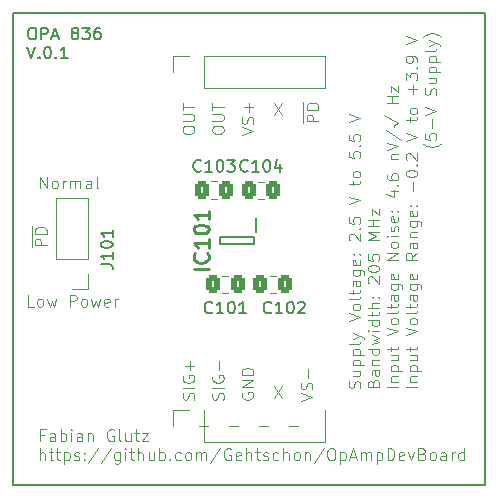
<source format=gto>
G04 #@! TF.GenerationSoftware,KiCad,Pcbnew,8.0.6*
G04 #@! TF.CreationDate,2025-08-21T09:44:45+02:00*
G04 #@! TF.ProjectId,StackBoard_OPA836,53746163-6b42-46f6-9172-645f4f504138,rev?*
G04 #@! TF.SameCoordinates,Original*
G04 #@! TF.FileFunction,Legend,Top*
G04 #@! TF.FilePolarity,Positive*
%FSLAX46Y46*%
G04 Gerber Fmt 4.6, Leading zero omitted, Abs format (unit mm)*
G04 Created by KiCad (PCBNEW 8.0.6) date 2025-08-21 09:44:45*
%MOMM*%
%LPD*%
G01*
G04 APERTURE LIST*
G04 Aperture macros list*
%AMRoundRect*
0 Rectangle with rounded corners*
0 $1 Rounding radius*
0 $2 $3 $4 $5 $6 $7 $8 $9 X,Y pos of 4 corners*
0 Add a 4 corners polygon primitive as box body*
4,1,4,$2,$3,$4,$5,$6,$7,$8,$9,$2,$3,0*
0 Add four circle primitives for the rounded corners*
1,1,$1+$1,$2,$3*
1,1,$1+$1,$4,$5*
1,1,$1+$1,$6,$7*
1,1,$1+$1,$8,$9*
0 Add four rect primitives between the rounded corners*
20,1,$1+$1,$2,$3,$4,$5,0*
20,1,$1+$1,$4,$5,$6,$7,0*
20,1,$1+$1,$6,$7,$8,$9,0*
20,1,$1+$1,$8,$9,$2,$3,0*%
G04 Aperture macros list end*
%ADD10C,0.100000*%
%ADD11C,0.200000*%
%ADD12C,0.150000*%
%ADD13C,0.254000*%
%ADD14C,0.120000*%
%ADD15RoundRect,0.250000X-0.337500X-0.475000X0.337500X-0.475000X0.337500X0.475000X-0.337500X0.475000X0*%
%ADD16RoundRect,0.250000X0.337500X0.475000X-0.337500X0.475000X-0.337500X-0.475000X0.337500X-0.475000X0*%
%ADD17R,0.600000X1.200000*%
%ADD18R,1.700000X1.700000*%
%ADD19O,1.700000X1.700000*%
G04 APERTURE END LIST*
D10*
X175385024Y-138743734D02*
X175432643Y-138600877D01*
X175432643Y-138600877D02*
X175432643Y-138362782D01*
X175432643Y-138362782D02*
X175385024Y-138267544D01*
X175385024Y-138267544D02*
X175337404Y-138219925D01*
X175337404Y-138219925D02*
X175242166Y-138172306D01*
X175242166Y-138172306D02*
X175146928Y-138172306D01*
X175146928Y-138172306D02*
X175051690Y-138219925D01*
X175051690Y-138219925D02*
X175004071Y-138267544D01*
X175004071Y-138267544D02*
X174956452Y-138362782D01*
X174956452Y-138362782D02*
X174908833Y-138553258D01*
X174908833Y-138553258D02*
X174861214Y-138648496D01*
X174861214Y-138648496D02*
X174813595Y-138696115D01*
X174813595Y-138696115D02*
X174718357Y-138743734D01*
X174718357Y-138743734D02*
X174623119Y-138743734D01*
X174623119Y-138743734D02*
X174527881Y-138696115D01*
X174527881Y-138696115D02*
X174480262Y-138648496D01*
X174480262Y-138648496D02*
X174432643Y-138553258D01*
X174432643Y-138553258D02*
X174432643Y-138315163D01*
X174432643Y-138315163D02*
X174480262Y-138172306D01*
X174765976Y-137315163D02*
X175432643Y-137315163D01*
X174765976Y-137743734D02*
X175289785Y-137743734D01*
X175289785Y-137743734D02*
X175385024Y-137696115D01*
X175385024Y-137696115D02*
X175432643Y-137600877D01*
X175432643Y-137600877D02*
X175432643Y-137458020D01*
X175432643Y-137458020D02*
X175385024Y-137362782D01*
X175385024Y-137362782D02*
X175337404Y-137315163D01*
X174765976Y-136838972D02*
X175765976Y-136838972D01*
X174813595Y-136838972D02*
X174765976Y-136743734D01*
X174765976Y-136743734D02*
X174765976Y-136553258D01*
X174765976Y-136553258D02*
X174813595Y-136458020D01*
X174813595Y-136458020D02*
X174861214Y-136410401D01*
X174861214Y-136410401D02*
X174956452Y-136362782D01*
X174956452Y-136362782D02*
X175242166Y-136362782D01*
X175242166Y-136362782D02*
X175337404Y-136410401D01*
X175337404Y-136410401D02*
X175385024Y-136458020D01*
X175385024Y-136458020D02*
X175432643Y-136553258D01*
X175432643Y-136553258D02*
X175432643Y-136743734D01*
X175432643Y-136743734D02*
X175385024Y-136838972D01*
X174765976Y-135934210D02*
X175765976Y-135934210D01*
X174813595Y-135934210D02*
X174765976Y-135838972D01*
X174765976Y-135838972D02*
X174765976Y-135648496D01*
X174765976Y-135648496D02*
X174813595Y-135553258D01*
X174813595Y-135553258D02*
X174861214Y-135505639D01*
X174861214Y-135505639D02*
X174956452Y-135458020D01*
X174956452Y-135458020D02*
X175242166Y-135458020D01*
X175242166Y-135458020D02*
X175337404Y-135505639D01*
X175337404Y-135505639D02*
X175385024Y-135553258D01*
X175385024Y-135553258D02*
X175432643Y-135648496D01*
X175432643Y-135648496D02*
X175432643Y-135838972D01*
X175432643Y-135838972D02*
X175385024Y-135934210D01*
X175432643Y-134886591D02*
X175385024Y-134981829D01*
X175385024Y-134981829D02*
X175289785Y-135029448D01*
X175289785Y-135029448D02*
X174432643Y-135029448D01*
X174765976Y-134600876D02*
X175432643Y-134362781D01*
X174765976Y-134124686D02*
X175432643Y-134362781D01*
X175432643Y-134362781D02*
X175670738Y-134458019D01*
X175670738Y-134458019D02*
X175718357Y-134505638D01*
X175718357Y-134505638D02*
X175765976Y-134600876D01*
X174432643Y-133124685D02*
X175432643Y-132791352D01*
X175432643Y-132791352D02*
X174432643Y-132458019D01*
X175432643Y-131981828D02*
X175385024Y-132077066D01*
X175385024Y-132077066D02*
X175337404Y-132124685D01*
X175337404Y-132124685D02*
X175242166Y-132172304D01*
X175242166Y-132172304D02*
X174956452Y-132172304D01*
X174956452Y-132172304D02*
X174861214Y-132124685D01*
X174861214Y-132124685D02*
X174813595Y-132077066D01*
X174813595Y-132077066D02*
X174765976Y-131981828D01*
X174765976Y-131981828D02*
X174765976Y-131838971D01*
X174765976Y-131838971D02*
X174813595Y-131743733D01*
X174813595Y-131743733D02*
X174861214Y-131696114D01*
X174861214Y-131696114D02*
X174956452Y-131648495D01*
X174956452Y-131648495D02*
X175242166Y-131648495D01*
X175242166Y-131648495D02*
X175337404Y-131696114D01*
X175337404Y-131696114D02*
X175385024Y-131743733D01*
X175385024Y-131743733D02*
X175432643Y-131838971D01*
X175432643Y-131838971D02*
X175432643Y-131981828D01*
X175432643Y-131077066D02*
X175385024Y-131172304D01*
X175385024Y-131172304D02*
X175289785Y-131219923D01*
X175289785Y-131219923D02*
X174432643Y-131219923D01*
X174765976Y-130838970D02*
X174765976Y-130458018D01*
X174432643Y-130696113D02*
X175289785Y-130696113D01*
X175289785Y-130696113D02*
X175385024Y-130648494D01*
X175385024Y-130648494D02*
X175432643Y-130553256D01*
X175432643Y-130553256D02*
X175432643Y-130458018D01*
X175432643Y-129696113D02*
X174908833Y-129696113D01*
X174908833Y-129696113D02*
X174813595Y-129743732D01*
X174813595Y-129743732D02*
X174765976Y-129838970D01*
X174765976Y-129838970D02*
X174765976Y-130029446D01*
X174765976Y-130029446D02*
X174813595Y-130124684D01*
X175385024Y-129696113D02*
X175432643Y-129791351D01*
X175432643Y-129791351D02*
X175432643Y-130029446D01*
X175432643Y-130029446D02*
X175385024Y-130124684D01*
X175385024Y-130124684D02*
X175289785Y-130172303D01*
X175289785Y-130172303D02*
X175194547Y-130172303D01*
X175194547Y-130172303D02*
X175099309Y-130124684D01*
X175099309Y-130124684D02*
X175051690Y-130029446D01*
X175051690Y-130029446D02*
X175051690Y-129791351D01*
X175051690Y-129791351D02*
X175004071Y-129696113D01*
X174765976Y-128791351D02*
X175575500Y-128791351D01*
X175575500Y-128791351D02*
X175670738Y-128838970D01*
X175670738Y-128838970D02*
X175718357Y-128886589D01*
X175718357Y-128886589D02*
X175765976Y-128981827D01*
X175765976Y-128981827D02*
X175765976Y-129124684D01*
X175765976Y-129124684D02*
X175718357Y-129219922D01*
X175385024Y-128791351D02*
X175432643Y-128886589D01*
X175432643Y-128886589D02*
X175432643Y-129077065D01*
X175432643Y-129077065D02*
X175385024Y-129172303D01*
X175385024Y-129172303D02*
X175337404Y-129219922D01*
X175337404Y-129219922D02*
X175242166Y-129267541D01*
X175242166Y-129267541D02*
X174956452Y-129267541D01*
X174956452Y-129267541D02*
X174861214Y-129219922D01*
X174861214Y-129219922D02*
X174813595Y-129172303D01*
X174813595Y-129172303D02*
X174765976Y-129077065D01*
X174765976Y-129077065D02*
X174765976Y-128886589D01*
X174765976Y-128886589D02*
X174813595Y-128791351D01*
X175385024Y-127934208D02*
X175432643Y-128029446D01*
X175432643Y-128029446D02*
X175432643Y-128219922D01*
X175432643Y-128219922D02*
X175385024Y-128315160D01*
X175385024Y-128315160D02*
X175289785Y-128362779D01*
X175289785Y-128362779D02*
X174908833Y-128362779D01*
X174908833Y-128362779D02*
X174813595Y-128315160D01*
X174813595Y-128315160D02*
X174765976Y-128219922D01*
X174765976Y-128219922D02*
X174765976Y-128029446D01*
X174765976Y-128029446D02*
X174813595Y-127934208D01*
X174813595Y-127934208D02*
X174908833Y-127886589D01*
X174908833Y-127886589D02*
X175004071Y-127886589D01*
X175004071Y-127886589D02*
X175099309Y-128362779D01*
X175337404Y-127458017D02*
X175385024Y-127410398D01*
X175385024Y-127410398D02*
X175432643Y-127458017D01*
X175432643Y-127458017D02*
X175385024Y-127505636D01*
X175385024Y-127505636D02*
X175337404Y-127458017D01*
X175337404Y-127458017D02*
X175432643Y-127458017D01*
X174813595Y-127458017D02*
X174861214Y-127410398D01*
X174861214Y-127410398D02*
X174908833Y-127458017D01*
X174908833Y-127458017D02*
X174861214Y-127505636D01*
X174861214Y-127505636D02*
X174813595Y-127458017D01*
X174813595Y-127458017D02*
X174908833Y-127458017D01*
X174527881Y-126267541D02*
X174480262Y-126219922D01*
X174480262Y-126219922D02*
X174432643Y-126124684D01*
X174432643Y-126124684D02*
X174432643Y-125886589D01*
X174432643Y-125886589D02*
X174480262Y-125791351D01*
X174480262Y-125791351D02*
X174527881Y-125743732D01*
X174527881Y-125743732D02*
X174623119Y-125696113D01*
X174623119Y-125696113D02*
X174718357Y-125696113D01*
X174718357Y-125696113D02*
X174861214Y-125743732D01*
X174861214Y-125743732D02*
X175432643Y-126315160D01*
X175432643Y-126315160D02*
X175432643Y-125696113D01*
X175337404Y-125267541D02*
X175385024Y-125219922D01*
X175385024Y-125219922D02*
X175432643Y-125267541D01*
X175432643Y-125267541D02*
X175385024Y-125315160D01*
X175385024Y-125315160D02*
X175337404Y-125267541D01*
X175337404Y-125267541D02*
X175432643Y-125267541D01*
X174432643Y-124315161D02*
X174432643Y-124791351D01*
X174432643Y-124791351D02*
X174908833Y-124838970D01*
X174908833Y-124838970D02*
X174861214Y-124791351D01*
X174861214Y-124791351D02*
X174813595Y-124696113D01*
X174813595Y-124696113D02*
X174813595Y-124458018D01*
X174813595Y-124458018D02*
X174861214Y-124362780D01*
X174861214Y-124362780D02*
X174908833Y-124315161D01*
X174908833Y-124315161D02*
X175004071Y-124267542D01*
X175004071Y-124267542D02*
X175242166Y-124267542D01*
X175242166Y-124267542D02*
X175337404Y-124315161D01*
X175337404Y-124315161D02*
X175385024Y-124362780D01*
X175385024Y-124362780D02*
X175432643Y-124458018D01*
X175432643Y-124458018D02*
X175432643Y-124696113D01*
X175432643Y-124696113D02*
X175385024Y-124791351D01*
X175385024Y-124791351D02*
X175337404Y-124838970D01*
X174432643Y-123219922D02*
X175432643Y-122886589D01*
X175432643Y-122886589D02*
X174432643Y-122553256D01*
X174765976Y-121600874D02*
X174765976Y-121219922D01*
X174432643Y-121458017D02*
X175289785Y-121458017D01*
X175289785Y-121458017D02*
X175385024Y-121410398D01*
X175385024Y-121410398D02*
X175432643Y-121315160D01*
X175432643Y-121315160D02*
X175432643Y-121219922D01*
X175432643Y-120743731D02*
X175385024Y-120838969D01*
X175385024Y-120838969D02*
X175337404Y-120886588D01*
X175337404Y-120886588D02*
X175242166Y-120934207D01*
X175242166Y-120934207D02*
X174956452Y-120934207D01*
X174956452Y-120934207D02*
X174861214Y-120886588D01*
X174861214Y-120886588D02*
X174813595Y-120838969D01*
X174813595Y-120838969D02*
X174765976Y-120743731D01*
X174765976Y-120743731D02*
X174765976Y-120600874D01*
X174765976Y-120600874D02*
X174813595Y-120505636D01*
X174813595Y-120505636D02*
X174861214Y-120458017D01*
X174861214Y-120458017D02*
X174956452Y-120410398D01*
X174956452Y-120410398D02*
X175242166Y-120410398D01*
X175242166Y-120410398D02*
X175337404Y-120458017D01*
X175337404Y-120458017D02*
X175385024Y-120505636D01*
X175385024Y-120505636D02*
X175432643Y-120600874D01*
X175432643Y-120600874D02*
X175432643Y-120743731D01*
X174432643Y-118743731D02*
X174432643Y-119219921D01*
X174432643Y-119219921D02*
X174908833Y-119267540D01*
X174908833Y-119267540D02*
X174861214Y-119219921D01*
X174861214Y-119219921D02*
X174813595Y-119124683D01*
X174813595Y-119124683D02*
X174813595Y-118886588D01*
X174813595Y-118886588D02*
X174861214Y-118791350D01*
X174861214Y-118791350D02*
X174908833Y-118743731D01*
X174908833Y-118743731D02*
X175004071Y-118696112D01*
X175004071Y-118696112D02*
X175242166Y-118696112D01*
X175242166Y-118696112D02*
X175337404Y-118743731D01*
X175337404Y-118743731D02*
X175385024Y-118791350D01*
X175385024Y-118791350D02*
X175432643Y-118886588D01*
X175432643Y-118886588D02*
X175432643Y-119124683D01*
X175432643Y-119124683D02*
X175385024Y-119219921D01*
X175385024Y-119219921D02*
X175337404Y-119267540D01*
X175337404Y-118267540D02*
X175385024Y-118219921D01*
X175385024Y-118219921D02*
X175432643Y-118267540D01*
X175432643Y-118267540D02*
X175385024Y-118315159D01*
X175385024Y-118315159D02*
X175337404Y-118267540D01*
X175337404Y-118267540D02*
X175432643Y-118267540D01*
X174432643Y-117315160D02*
X174432643Y-117791350D01*
X174432643Y-117791350D02*
X174908833Y-117838969D01*
X174908833Y-117838969D02*
X174861214Y-117791350D01*
X174861214Y-117791350D02*
X174813595Y-117696112D01*
X174813595Y-117696112D02*
X174813595Y-117458017D01*
X174813595Y-117458017D02*
X174861214Y-117362779D01*
X174861214Y-117362779D02*
X174908833Y-117315160D01*
X174908833Y-117315160D02*
X175004071Y-117267541D01*
X175004071Y-117267541D02*
X175242166Y-117267541D01*
X175242166Y-117267541D02*
X175337404Y-117315160D01*
X175337404Y-117315160D02*
X175385024Y-117362779D01*
X175385024Y-117362779D02*
X175432643Y-117458017D01*
X175432643Y-117458017D02*
X175432643Y-117696112D01*
X175432643Y-117696112D02*
X175385024Y-117791350D01*
X175385024Y-117791350D02*
X175337404Y-117838969D01*
X174432643Y-116219921D02*
X175432643Y-115886588D01*
X175432643Y-115886588D02*
X174432643Y-115553255D01*
X176518777Y-138362782D02*
X176566396Y-138219925D01*
X176566396Y-138219925D02*
X176614015Y-138172306D01*
X176614015Y-138172306D02*
X176709253Y-138124687D01*
X176709253Y-138124687D02*
X176852110Y-138124687D01*
X176852110Y-138124687D02*
X176947348Y-138172306D01*
X176947348Y-138172306D02*
X176994968Y-138219925D01*
X176994968Y-138219925D02*
X177042587Y-138315163D01*
X177042587Y-138315163D02*
X177042587Y-138696115D01*
X177042587Y-138696115D02*
X176042587Y-138696115D01*
X176042587Y-138696115D02*
X176042587Y-138362782D01*
X176042587Y-138362782D02*
X176090206Y-138267544D01*
X176090206Y-138267544D02*
X176137825Y-138219925D01*
X176137825Y-138219925D02*
X176233063Y-138172306D01*
X176233063Y-138172306D02*
X176328301Y-138172306D01*
X176328301Y-138172306D02*
X176423539Y-138219925D01*
X176423539Y-138219925D02*
X176471158Y-138267544D01*
X176471158Y-138267544D02*
X176518777Y-138362782D01*
X176518777Y-138362782D02*
X176518777Y-138696115D01*
X177042587Y-137267544D02*
X176518777Y-137267544D01*
X176518777Y-137267544D02*
X176423539Y-137315163D01*
X176423539Y-137315163D02*
X176375920Y-137410401D01*
X176375920Y-137410401D02*
X176375920Y-137600877D01*
X176375920Y-137600877D02*
X176423539Y-137696115D01*
X176994968Y-137267544D02*
X177042587Y-137362782D01*
X177042587Y-137362782D02*
X177042587Y-137600877D01*
X177042587Y-137600877D02*
X176994968Y-137696115D01*
X176994968Y-137696115D02*
X176899729Y-137743734D01*
X176899729Y-137743734D02*
X176804491Y-137743734D01*
X176804491Y-137743734D02*
X176709253Y-137696115D01*
X176709253Y-137696115D02*
X176661634Y-137600877D01*
X176661634Y-137600877D02*
X176661634Y-137362782D01*
X176661634Y-137362782D02*
X176614015Y-137267544D01*
X176375920Y-136791353D02*
X177042587Y-136791353D01*
X176471158Y-136791353D02*
X176423539Y-136743734D01*
X176423539Y-136743734D02*
X176375920Y-136648496D01*
X176375920Y-136648496D02*
X176375920Y-136505639D01*
X176375920Y-136505639D02*
X176423539Y-136410401D01*
X176423539Y-136410401D02*
X176518777Y-136362782D01*
X176518777Y-136362782D02*
X177042587Y-136362782D01*
X177042587Y-135458020D02*
X176042587Y-135458020D01*
X176994968Y-135458020D02*
X177042587Y-135553258D01*
X177042587Y-135553258D02*
X177042587Y-135743734D01*
X177042587Y-135743734D02*
X176994968Y-135838972D01*
X176994968Y-135838972D02*
X176947348Y-135886591D01*
X176947348Y-135886591D02*
X176852110Y-135934210D01*
X176852110Y-135934210D02*
X176566396Y-135934210D01*
X176566396Y-135934210D02*
X176471158Y-135886591D01*
X176471158Y-135886591D02*
X176423539Y-135838972D01*
X176423539Y-135838972D02*
X176375920Y-135743734D01*
X176375920Y-135743734D02*
X176375920Y-135553258D01*
X176375920Y-135553258D02*
X176423539Y-135458020D01*
X176375920Y-135077067D02*
X177042587Y-134886591D01*
X177042587Y-134886591D02*
X176566396Y-134696115D01*
X176566396Y-134696115D02*
X177042587Y-134505639D01*
X177042587Y-134505639D02*
X176375920Y-134315163D01*
X177042587Y-133934210D02*
X176375920Y-133934210D01*
X176042587Y-133934210D02*
X176090206Y-133981829D01*
X176090206Y-133981829D02*
X176137825Y-133934210D01*
X176137825Y-133934210D02*
X176090206Y-133886591D01*
X176090206Y-133886591D02*
X176042587Y-133934210D01*
X176042587Y-133934210D02*
X176137825Y-133934210D01*
X177042587Y-133029449D02*
X176042587Y-133029449D01*
X176994968Y-133029449D02*
X177042587Y-133124687D01*
X177042587Y-133124687D02*
X177042587Y-133315163D01*
X177042587Y-133315163D02*
X176994968Y-133410401D01*
X176994968Y-133410401D02*
X176947348Y-133458020D01*
X176947348Y-133458020D02*
X176852110Y-133505639D01*
X176852110Y-133505639D02*
X176566396Y-133505639D01*
X176566396Y-133505639D02*
X176471158Y-133458020D01*
X176471158Y-133458020D02*
X176423539Y-133410401D01*
X176423539Y-133410401D02*
X176375920Y-133315163D01*
X176375920Y-133315163D02*
X176375920Y-133124687D01*
X176375920Y-133124687D02*
X176423539Y-133029449D01*
X176375920Y-132696115D02*
X176375920Y-132315163D01*
X176042587Y-132553258D02*
X176899729Y-132553258D01*
X176899729Y-132553258D02*
X176994968Y-132505639D01*
X176994968Y-132505639D02*
X177042587Y-132410401D01*
X177042587Y-132410401D02*
X177042587Y-132315163D01*
X177042587Y-131981829D02*
X176042587Y-131981829D01*
X177042587Y-131553258D02*
X176518777Y-131553258D01*
X176518777Y-131553258D02*
X176423539Y-131600877D01*
X176423539Y-131600877D02*
X176375920Y-131696115D01*
X176375920Y-131696115D02*
X176375920Y-131838972D01*
X176375920Y-131838972D02*
X176423539Y-131934210D01*
X176423539Y-131934210D02*
X176471158Y-131981829D01*
X176947348Y-131077067D02*
X176994968Y-131029448D01*
X176994968Y-131029448D02*
X177042587Y-131077067D01*
X177042587Y-131077067D02*
X176994968Y-131124686D01*
X176994968Y-131124686D02*
X176947348Y-131077067D01*
X176947348Y-131077067D02*
X177042587Y-131077067D01*
X176423539Y-131077067D02*
X176471158Y-131029448D01*
X176471158Y-131029448D02*
X176518777Y-131077067D01*
X176518777Y-131077067D02*
X176471158Y-131124686D01*
X176471158Y-131124686D02*
X176423539Y-131077067D01*
X176423539Y-131077067D02*
X176518777Y-131077067D01*
X176137825Y-129886591D02*
X176090206Y-129838972D01*
X176090206Y-129838972D02*
X176042587Y-129743734D01*
X176042587Y-129743734D02*
X176042587Y-129505639D01*
X176042587Y-129505639D02*
X176090206Y-129410401D01*
X176090206Y-129410401D02*
X176137825Y-129362782D01*
X176137825Y-129362782D02*
X176233063Y-129315163D01*
X176233063Y-129315163D02*
X176328301Y-129315163D01*
X176328301Y-129315163D02*
X176471158Y-129362782D01*
X176471158Y-129362782D02*
X177042587Y-129934210D01*
X177042587Y-129934210D02*
X177042587Y-129315163D01*
X176042587Y-128696115D02*
X176042587Y-128600877D01*
X176042587Y-128600877D02*
X176090206Y-128505639D01*
X176090206Y-128505639D02*
X176137825Y-128458020D01*
X176137825Y-128458020D02*
X176233063Y-128410401D01*
X176233063Y-128410401D02*
X176423539Y-128362782D01*
X176423539Y-128362782D02*
X176661634Y-128362782D01*
X176661634Y-128362782D02*
X176852110Y-128410401D01*
X176852110Y-128410401D02*
X176947348Y-128458020D01*
X176947348Y-128458020D02*
X176994968Y-128505639D01*
X176994968Y-128505639D02*
X177042587Y-128600877D01*
X177042587Y-128600877D02*
X177042587Y-128696115D01*
X177042587Y-128696115D02*
X176994968Y-128791353D01*
X176994968Y-128791353D02*
X176947348Y-128838972D01*
X176947348Y-128838972D02*
X176852110Y-128886591D01*
X176852110Y-128886591D02*
X176661634Y-128934210D01*
X176661634Y-128934210D02*
X176423539Y-128934210D01*
X176423539Y-128934210D02*
X176233063Y-128886591D01*
X176233063Y-128886591D02*
X176137825Y-128838972D01*
X176137825Y-128838972D02*
X176090206Y-128791353D01*
X176090206Y-128791353D02*
X176042587Y-128696115D01*
X176042587Y-127458020D02*
X176042587Y-127934210D01*
X176042587Y-127934210D02*
X176518777Y-127981829D01*
X176518777Y-127981829D02*
X176471158Y-127934210D01*
X176471158Y-127934210D02*
X176423539Y-127838972D01*
X176423539Y-127838972D02*
X176423539Y-127600877D01*
X176423539Y-127600877D02*
X176471158Y-127505639D01*
X176471158Y-127505639D02*
X176518777Y-127458020D01*
X176518777Y-127458020D02*
X176614015Y-127410401D01*
X176614015Y-127410401D02*
X176852110Y-127410401D01*
X176852110Y-127410401D02*
X176947348Y-127458020D01*
X176947348Y-127458020D02*
X176994968Y-127505639D01*
X176994968Y-127505639D02*
X177042587Y-127600877D01*
X177042587Y-127600877D02*
X177042587Y-127838972D01*
X177042587Y-127838972D02*
X176994968Y-127934210D01*
X176994968Y-127934210D02*
X176947348Y-127981829D01*
X177042587Y-126219924D02*
X176042587Y-126219924D01*
X176042587Y-126219924D02*
X176756872Y-125886591D01*
X176756872Y-125886591D02*
X176042587Y-125553258D01*
X176042587Y-125553258D02*
X177042587Y-125553258D01*
X177042587Y-125077067D02*
X176042587Y-125077067D01*
X176518777Y-125077067D02*
X176518777Y-124505639D01*
X177042587Y-124505639D02*
X176042587Y-124505639D01*
X176375920Y-124124686D02*
X176375920Y-123600877D01*
X176375920Y-123600877D02*
X177042587Y-124124686D01*
X177042587Y-124124686D02*
X177042587Y-123600877D01*
X178652531Y-138696115D02*
X177652531Y-138696115D01*
X177985864Y-138219925D02*
X178652531Y-138219925D01*
X178081102Y-138219925D02*
X178033483Y-138172306D01*
X178033483Y-138172306D02*
X177985864Y-138077068D01*
X177985864Y-138077068D02*
X177985864Y-137934211D01*
X177985864Y-137934211D02*
X178033483Y-137838973D01*
X178033483Y-137838973D02*
X178128721Y-137791354D01*
X178128721Y-137791354D02*
X178652531Y-137791354D01*
X177985864Y-137315163D02*
X178985864Y-137315163D01*
X178033483Y-137315163D02*
X177985864Y-137219925D01*
X177985864Y-137219925D02*
X177985864Y-137029449D01*
X177985864Y-137029449D02*
X178033483Y-136934211D01*
X178033483Y-136934211D02*
X178081102Y-136886592D01*
X178081102Y-136886592D02*
X178176340Y-136838973D01*
X178176340Y-136838973D02*
X178462054Y-136838973D01*
X178462054Y-136838973D02*
X178557292Y-136886592D01*
X178557292Y-136886592D02*
X178604912Y-136934211D01*
X178604912Y-136934211D02*
X178652531Y-137029449D01*
X178652531Y-137029449D02*
X178652531Y-137219925D01*
X178652531Y-137219925D02*
X178604912Y-137315163D01*
X177985864Y-135981830D02*
X178652531Y-135981830D01*
X177985864Y-136410401D02*
X178509673Y-136410401D01*
X178509673Y-136410401D02*
X178604912Y-136362782D01*
X178604912Y-136362782D02*
X178652531Y-136267544D01*
X178652531Y-136267544D02*
X178652531Y-136124687D01*
X178652531Y-136124687D02*
X178604912Y-136029449D01*
X178604912Y-136029449D02*
X178557292Y-135981830D01*
X177985864Y-135648496D02*
X177985864Y-135267544D01*
X177652531Y-135505639D02*
X178509673Y-135505639D01*
X178509673Y-135505639D02*
X178604912Y-135458020D01*
X178604912Y-135458020D02*
X178652531Y-135362782D01*
X178652531Y-135362782D02*
X178652531Y-135267544D01*
X177652531Y-134315162D02*
X178652531Y-133981829D01*
X178652531Y-133981829D02*
X177652531Y-133648496D01*
X178652531Y-133172305D02*
X178604912Y-133267543D01*
X178604912Y-133267543D02*
X178557292Y-133315162D01*
X178557292Y-133315162D02*
X178462054Y-133362781D01*
X178462054Y-133362781D02*
X178176340Y-133362781D01*
X178176340Y-133362781D02*
X178081102Y-133315162D01*
X178081102Y-133315162D02*
X178033483Y-133267543D01*
X178033483Y-133267543D02*
X177985864Y-133172305D01*
X177985864Y-133172305D02*
X177985864Y-133029448D01*
X177985864Y-133029448D02*
X178033483Y-132934210D01*
X178033483Y-132934210D02*
X178081102Y-132886591D01*
X178081102Y-132886591D02*
X178176340Y-132838972D01*
X178176340Y-132838972D02*
X178462054Y-132838972D01*
X178462054Y-132838972D02*
X178557292Y-132886591D01*
X178557292Y-132886591D02*
X178604912Y-132934210D01*
X178604912Y-132934210D02*
X178652531Y-133029448D01*
X178652531Y-133029448D02*
X178652531Y-133172305D01*
X178652531Y-132267543D02*
X178604912Y-132362781D01*
X178604912Y-132362781D02*
X178509673Y-132410400D01*
X178509673Y-132410400D02*
X177652531Y-132410400D01*
X177985864Y-132029447D02*
X177985864Y-131648495D01*
X177652531Y-131886590D02*
X178509673Y-131886590D01*
X178509673Y-131886590D02*
X178604912Y-131838971D01*
X178604912Y-131838971D02*
X178652531Y-131743733D01*
X178652531Y-131743733D02*
X178652531Y-131648495D01*
X178652531Y-130886590D02*
X178128721Y-130886590D01*
X178128721Y-130886590D02*
X178033483Y-130934209D01*
X178033483Y-130934209D02*
X177985864Y-131029447D01*
X177985864Y-131029447D02*
X177985864Y-131219923D01*
X177985864Y-131219923D02*
X178033483Y-131315161D01*
X178604912Y-130886590D02*
X178652531Y-130981828D01*
X178652531Y-130981828D02*
X178652531Y-131219923D01*
X178652531Y-131219923D02*
X178604912Y-131315161D01*
X178604912Y-131315161D02*
X178509673Y-131362780D01*
X178509673Y-131362780D02*
X178414435Y-131362780D01*
X178414435Y-131362780D02*
X178319197Y-131315161D01*
X178319197Y-131315161D02*
X178271578Y-131219923D01*
X178271578Y-131219923D02*
X178271578Y-130981828D01*
X178271578Y-130981828D02*
X178223959Y-130886590D01*
X177985864Y-129981828D02*
X178795388Y-129981828D01*
X178795388Y-129981828D02*
X178890626Y-130029447D01*
X178890626Y-130029447D02*
X178938245Y-130077066D01*
X178938245Y-130077066D02*
X178985864Y-130172304D01*
X178985864Y-130172304D02*
X178985864Y-130315161D01*
X178985864Y-130315161D02*
X178938245Y-130410399D01*
X178604912Y-129981828D02*
X178652531Y-130077066D01*
X178652531Y-130077066D02*
X178652531Y-130267542D01*
X178652531Y-130267542D02*
X178604912Y-130362780D01*
X178604912Y-130362780D02*
X178557292Y-130410399D01*
X178557292Y-130410399D02*
X178462054Y-130458018D01*
X178462054Y-130458018D02*
X178176340Y-130458018D01*
X178176340Y-130458018D02*
X178081102Y-130410399D01*
X178081102Y-130410399D02*
X178033483Y-130362780D01*
X178033483Y-130362780D02*
X177985864Y-130267542D01*
X177985864Y-130267542D02*
X177985864Y-130077066D01*
X177985864Y-130077066D02*
X178033483Y-129981828D01*
X178604912Y-129124685D02*
X178652531Y-129219923D01*
X178652531Y-129219923D02*
X178652531Y-129410399D01*
X178652531Y-129410399D02*
X178604912Y-129505637D01*
X178604912Y-129505637D02*
X178509673Y-129553256D01*
X178509673Y-129553256D02*
X178128721Y-129553256D01*
X178128721Y-129553256D02*
X178033483Y-129505637D01*
X178033483Y-129505637D02*
X177985864Y-129410399D01*
X177985864Y-129410399D02*
X177985864Y-129219923D01*
X177985864Y-129219923D02*
X178033483Y-129124685D01*
X178033483Y-129124685D02*
X178128721Y-129077066D01*
X178128721Y-129077066D02*
X178223959Y-129077066D01*
X178223959Y-129077066D02*
X178319197Y-129553256D01*
X178652531Y-127886589D02*
X177652531Y-127886589D01*
X177652531Y-127886589D02*
X178652531Y-127315161D01*
X178652531Y-127315161D02*
X177652531Y-127315161D01*
X178652531Y-126696113D02*
X178604912Y-126791351D01*
X178604912Y-126791351D02*
X178557292Y-126838970D01*
X178557292Y-126838970D02*
X178462054Y-126886589D01*
X178462054Y-126886589D02*
X178176340Y-126886589D01*
X178176340Y-126886589D02*
X178081102Y-126838970D01*
X178081102Y-126838970D02*
X178033483Y-126791351D01*
X178033483Y-126791351D02*
X177985864Y-126696113D01*
X177985864Y-126696113D02*
X177985864Y-126553256D01*
X177985864Y-126553256D02*
X178033483Y-126458018D01*
X178033483Y-126458018D02*
X178081102Y-126410399D01*
X178081102Y-126410399D02*
X178176340Y-126362780D01*
X178176340Y-126362780D02*
X178462054Y-126362780D01*
X178462054Y-126362780D02*
X178557292Y-126410399D01*
X178557292Y-126410399D02*
X178604912Y-126458018D01*
X178604912Y-126458018D02*
X178652531Y-126553256D01*
X178652531Y-126553256D02*
X178652531Y-126696113D01*
X178652531Y-125934208D02*
X177985864Y-125934208D01*
X177652531Y-125934208D02*
X177700150Y-125981827D01*
X177700150Y-125981827D02*
X177747769Y-125934208D01*
X177747769Y-125934208D02*
X177700150Y-125886589D01*
X177700150Y-125886589D02*
X177652531Y-125934208D01*
X177652531Y-125934208D02*
X177747769Y-125934208D01*
X178604912Y-125505637D02*
X178652531Y-125410399D01*
X178652531Y-125410399D02*
X178652531Y-125219923D01*
X178652531Y-125219923D02*
X178604912Y-125124685D01*
X178604912Y-125124685D02*
X178509673Y-125077066D01*
X178509673Y-125077066D02*
X178462054Y-125077066D01*
X178462054Y-125077066D02*
X178366816Y-125124685D01*
X178366816Y-125124685D02*
X178319197Y-125219923D01*
X178319197Y-125219923D02*
X178319197Y-125362780D01*
X178319197Y-125362780D02*
X178271578Y-125458018D01*
X178271578Y-125458018D02*
X178176340Y-125505637D01*
X178176340Y-125505637D02*
X178128721Y-125505637D01*
X178128721Y-125505637D02*
X178033483Y-125458018D01*
X178033483Y-125458018D02*
X177985864Y-125362780D01*
X177985864Y-125362780D02*
X177985864Y-125219923D01*
X177985864Y-125219923D02*
X178033483Y-125124685D01*
X178604912Y-124267542D02*
X178652531Y-124362780D01*
X178652531Y-124362780D02*
X178652531Y-124553256D01*
X178652531Y-124553256D02*
X178604912Y-124648494D01*
X178604912Y-124648494D02*
X178509673Y-124696113D01*
X178509673Y-124696113D02*
X178128721Y-124696113D01*
X178128721Y-124696113D02*
X178033483Y-124648494D01*
X178033483Y-124648494D02*
X177985864Y-124553256D01*
X177985864Y-124553256D02*
X177985864Y-124362780D01*
X177985864Y-124362780D02*
X178033483Y-124267542D01*
X178033483Y-124267542D02*
X178128721Y-124219923D01*
X178128721Y-124219923D02*
X178223959Y-124219923D01*
X178223959Y-124219923D02*
X178319197Y-124696113D01*
X178557292Y-123791351D02*
X178604912Y-123743732D01*
X178604912Y-123743732D02*
X178652531Y-123791351D01*
X178652531Y-123791351D02*
X178604912Y-123838970D01*
X178604912Y-123838970D02*
X178557292Y-123791351D01*
X178557292Y-123791351D02*
X178652531Y-123791351D01*
X178033483Y-123791351D02*
X178081102Y-123743732D01*
X178081102Y-123743732D02*
X178128721Y-123791351D01*
X178128721Y-123791351D02*
X178081102Y-123838970D01*
X178081102Y-123838970D02*
X178033483Y-123791351D01*
X178033483Y-123791351D02*
X178128721Y-123791351D01*
X177985864Y-122124685D02*
X178652531Y-122124685D01*
X177604912Y-122362780D02*
X178319197Y-122600875D01*
X178319197Y-122600875D02*
X178319197Y-121981828D01*
X178557292Y-121600875D02*
X178604912Y-121553256D01*
X178604912Y-121553256D02*
X178652531Y-121600875D01*
X178652531Y-121600875D02*
X178604912Y-121648494D01*
X178604912Y-121648494D02*
X178557292Y-121600875D01*
X178557292Y-121600875D02*
X178652531Y-121600875D01*
X177652531Y-120696114D02*
X177652531Y-120886590D01*
X177652531Y-120886590D02*
X177700150Y-120981828D01*
X177700150Y-120981828D02*
X177747769Y-121029447D01*
X177747769Y-121029447D02*
X177890626Y-121124685D01*
X177890626Y-121124685D02*
X178081102Y-121172304D01*
X178081102Y-121172304D02*
X178462054Y-121172304D01*
X178462054Y-121172304D02*
X178557292Y-121124685D01*
X178557292Y-121124685D02*
X178604912Y-121077066D01*
X178604912Y-121077066D02*
X178652531Y-120981828D01*
X178652531Y-120981828D02*
X178652531Y-120791352D01*
X178652531Y-120791352D02*
X178604912Y-120696114D01*
X178604912Y-120696114D02*
X178557292Y-120648495D01*
X178557292Y-120648495D02*
X178462054Y-120600876D01*
X178462054Y-120600876D02*
X178223959Y-120600876D01*
X178223959Y-120600876D02*
X178128721Y-120648495D01*
X178128721Y-120648495D02*
X178081102Y-120696114D01*
X178081102Y-120696114D02*
X178033483Y-120791352D01*
X178033483Y-120791352D02*
X178033483Y-120981828D01*
X178033483Y-120981828D02*
X178081102Y-121077066D01*
X178081102Y-121077066D02*
X178128721Y-121124685D01*
X178128721Y-121124685D02*
X178223959Y-121172304D01*
X177985864Y-119410399D02*
X178652531Y-119410399D01*
X178081102Y-119410399D02*
X178033483Y-119362780D01*
X178033483Y-119362780D02*
X177985864Y-119267542D01*
X177985864Y-119267542D02*
X177985864Y-119124685D01*
X177985864Y-119124685D02*
X178033483Y-119029447D01*
X178033483Y-119029447D02*
X178128721Y-118981828D01*
X178128721Y-118981828D02*
X178652531Y-118981828D01*
X177652531Y-118648494D02*
X178652531Y-118315161D01*
X178652531Y-118315161D02*
X177652531Y-117981828D01*
X177604912Y-116934209D02*
X178890626Y-117791351D01*
X178319197Y-116648494D02*
X178271578Y-116458018D01*
X178271578Y-116458018D02*
X178652531Y-116362780D01*
X178652531Y-116362780D02*
X177462054Y-115648494D01*
X178652531Y-114648494D02*
X177652531Y-114648494D01*
X178128721Y-114648494D02*
X178128721Y-114077066D01*
X178652531Y-114077066D02*
X177652531Y-114077066D01*
X177985864Y-113696113D02*
X177985864Y-113172304D01*
X177985864Y-113172304D02*
X178652531Y-113696113D01*
X178652531Y-113696113D02*
X178652531Y-113172304D01*
X180262475Y-138696115D02*
X179262475Y-138696115D01*
X179595808Y-138219925D02*
X180262475Y-138219925D01*
X179691046Y-138219925D02*
X179643427Y-138172306D01*
X179643427Y-138172306D02*
X179595808Y-138077068D01*
X179595808Y-138077068D02*
X179595808Y-137934211D01*
X179595808Y-137934211D02*
X179643427Y-137838973D01*
X179643427Y-137838973D02*
X179738665Y-137791354D01*
X179738665Y-137791354D02*
X180262475Y-137791354D01*
X179595808Y-137315163D02*
X180595808Y-137315163D01*
X179643427Y-137315163D02*
X179595808Y-137219925D01*
X179595808Y-137219925D02*
X179595808Y-137029449D01*
X179595808Y-137029449D02*
X179643427Y-136934211D01*
X179643427Y-136934211D02*
X179691046Y-136886592D01*
X179691046Y-136886592D02*
X179786284Y-136838973D01*
X179786284Y-136838973D02*
X180071998Y-136838973D01*
X180071998Y-136838973D02*
X180167236Y-136886592D01*
X180167236Y-136886592D02*
X180214856Y-136934211D01*
X180214856Y-136934211D02*
X180262475Y-137029449D01*
X180262475Y-137029449D02*
X180262475Y-137219925D01*
X180262475Y-137219925D02*
X180214856Y-137315163D01*
X179595808Y-135981830D02*
X180262475Y-135981830D01*
X179595808Y-136410401D02*
X180119617Y-136410401D01*
X180119617Y-136410401D02*
X180214856Y-136362782D01*
X180214856Y-136362782D02*
X180262475Y-136267544D01*
X180262475Y-136267544D02*
X180262475Y-136124687D01*
X180262475Y-136124687D02*
X180214856Y-136029449D01*
X180214856Y-136029449D02*
X180167236Y-135981830D01*
X179595808Y-135648496D02*
X179595808Y-135267544D01*
X179262475Y-135505639D02*
X180119617Y-135505639D01*
X180119617Y-135505639D02*
X180214856Y-135458020D01*
X180214856Y-135458020D02*
X180262475Y-135362782D01*
X180262475Y-135362782D02*
X180262475Y-135267544D01*
X179262475Y-134315162D02*
X180262475Y-133981829D01*
X180262475Y-133981829D02*
X179262475Y-133648496D01*
X180262475Y-133172305D02*
X180214856Y-133267543D01*
X180214856Y-133267543D02*
X180167236Y-133315162D01*
X180167236Y-133315162D02*
X180071998Y-133362781D01*
X180071998Y-133362781D02*
X179786284Y-133362781D01*
X179786284Y-133362781D02*
X179691046Y-133315162D01*
X179691046Y-133315162D02*
X179643427Y-133267543D01*
X179643427Y-133267543D02*
X179595808Y-133172305D01*
X179595808Y-133172305D02*
X179595808Y-133029448D01*
X179595808Y-133029448D02*
X179643427Y-132934210D01*
X179643427Y-132934210D02*
X179691046Y-132886591D01*
X179691046Y-132886591D02*
X179786284Y-132838972D01*
X179786284Y-132838972D02*
X180071998Y-132838972D01*
X180071998Y-132838972D02*
X180167236Y-132886591D01*
X180167236Y-132886591D02*
X180214856Y-132934210D01*
X180214856Y-132934210D02*
X180262475Y-133029448D01*
X180262475Y-133029448D02*
X180262475Y-133172305D01*
X180262475Y-132267543D02*
X180214856Y-132362781D01*
X180214856Y-132362781D02*
X180119617Y-132410400D01*
X180119617Y-132410400D02*
X179262475Y-132410400D01*
X179595808Y-132029447D02*
X179595808Y-131648495D01*
X179262475Y-131886590D02*
X180119617Y-131886590D01*
X180119617Y-131886590D02*
X180214856Y-131838971D01*
X180214856Y-131838971D02*
X180262475Y-131743733D01*
X180262475Y-131743733D02*
X180262475Y-131648495D01*
X180262475Y-130886590D02*
X179738665Y-130886590D01*
X179738665Y-130886590D02*
X179643427Y-130934209D01*
X179643427Y-130934209D02*
X179595808Y-131029447D01*
X179595808Y-131029447D02*
X179595808Y-131219923D01*
X179595808Y-131219923D02*
X179643427Y-131315161D01*
X180214856Y-130886590D02*
X180262475Y-130981828D01*
X180262475Y-130981828D02*
X180262475Y-131219923D01*
X180262475Y-131219923D02*
X180214856Y-131315161D01*
X180214856Y-131315161D02*
X180119617Y-131362780D01*
X180119617Y-131362780D02*
X180024379Y-131362780D01*
X180024379Y-131362780D02*
X179929141Y-131315161D01*
X179929141Y-131315161D02*
X179881522Y-131219923D01*
X179881522Y-131219923D02*
X179881522Y-130981828D01*
X179881522Y-130981828D02*
X179833903Y-130886590D01*
X179595808Y-129981828D02*
X180405332Y-129981828D01*
X180405332Y-129981828D02*
X180500570Y-130029447D01*
X180500570Y-130029447D02*
X180548189Y-130077066D01*
X180548189Y-130077066D02*
X180595808Y-130172304D01*
X180595808Y-130172304D02*
X180595808Y-130315161D01*
X180595808Y-130315161D02*
X180548189Y-130410399D01*
X180214856Y-129981828D02*
X180262475Y-130077066D01*
X180262475Y-130077066D02*
X180262475Y-130267542D01*
X180262475Y-130267542D02*
X180214856Y-130362780D01*
X180214856Y-130362780D02*
X180167236Y-130410399D01*
X180167236Y-130410399D02*
X180071998Y-130458018D01*
X180071998Y-130458018D02*
X179786284Y-130458018D01*
X179786284Y-130458018D02*
X179691046Y-130410399D01*
X179691046Y-130410399D02*
X179643427Y-130362780D01*
X179643427Y-130362780D02*
X179595808Y-130267542D01*
X179595808Y-130267542D02*
X179595808Y-130077066D01*
X179595808Y-130077066D02*
X179643427Y-129981828D01*
X180214856Y-129124685D02*
X180262475Y-129219923D01*
X180262475Y-129219923D02*
X180262475Y-129410399D01*
X180262475Y-129410399D02*
X180214856Y-129505637D01*
X180214856Y-129505637D02*
X180119617Y-129553256D01*
X180119617Y-129553256D02*
X179738665Y-129553256D01*
X179738665Y-129553256D02*
X179643427Y-129505637D01*
X179643427Y-129505637D02*
X179595808Y-129410399D01*
X179595808Y-129410399D02*
X179595808Y-129219923D01*
X179595808Y-129219923D02*
X179643427Y-129124685D01*
X179643427Y-129124685D02*
X179738665Y-129077066D01*
X179738665Y-129077066D02*
X179833903Y-129077066D01*
X179833903Y-129077066D02*
X179929141Y-129553256D01*
X180262475Y-127315161D02*
X179786284Y-127648494D01*
X180262475Y-127886589D02*
X179262475Y-127886589D01*
X179262475Y-127886589D02*
X179262475Y-127505637D01*
X179262475Y-127505637D02*
X179310094Y-127410399D01*
X179310094Y-127410399D02*
X179357713Y-127362780D01*
X179357713Y-127362780D02*
X179452951Y-127315161D01*
X179452951Y-127315161D02*
X179595808Y-127315161D01*
X179595808Y-127315161D02*
X179691046Y-127362780D01*
X179691046Y-127362780D02*
X179738665Y-127410399D01*
X179738665Y-127410399D02*
X179786284Y-127505637D01*
X179786284Y-127505637D02*
X179786284Y-127886589D01*
X180262475Y-126458018D02*
X179738665Y-126458018D01*
X179738665Y-126458018D02*
X179643427Y-126505637D01*
X179643427Y-126505637D02*
X179595808Y-126600875D01*
X179595808Y-126600875D02*
X179595808Y-126791351D01*
X179595808Y-126791351D02*
X179643427Y-126886589D01*
X180214856Y-126458018D02*
X180262475Y-126553256D01*
X180262475Y-126553256D02*
X180262475Y-126791351D01*
X180262475Y-126791351D02*
X180214856Y-126886589D01*
X180214856Y-126886589D02*
X180119617Y-126934208D01*
X180119617Y-126934208D02*
X180024379Y-126934208D01*
X180024379Y-126934208D02*
X179929141Y-126886589D01*
X179929141Y-126886589D02*
X179881522Y-126791351D01*
X179881522Y-126791351D02*
X179881522Y-126553256D01*
X179881522Y-126553256D02*
X179833903Y-126458018D01*
X179595808Y-125981827D02*
X180262475Y-125981827D01*
X179691046Y-125981827D02*
X179643427Y-125934208D01*
X179643427Y-125934208D02*
X179595808Y-125838970D01*
X179595808Y-125838970D02*
X179595808Y-125696113D01*
X179595808Y-125696113D02*
X179643427Y-125600875D01*
X179643427Y-125600875D02*
X179738665Y-125553256D01*
X179738665Y-125553256D02*
X180262475Y-125553256D01*
X179595808Y-124648494D02*
X180405332Y-124648494D01*
X180405332Y-124648494D02*
X180500570Y-124696113D01*
X180500570Y-124696113D02*
X180548189Y-124743732D01*
X180548189Y-124743732D02*
X180595808Y-124838970D01*
X180595808Y-124838970D02*
X180595808Y-124981827D01*
X180595808Y-124981827D02*
X180548189Y-125077065D01*
X180214856Y-124648494D02*
X180262475Y-124743732D01*
X180262475Y-124743732D02*
X180262475Y-124934208D01*
X180262475Y-124934208D02*
X180214856Y-125029446D01*
X180214856Y-125029446D02*
X180167236Y-125077065D01*
X180167236Y-125077065D02*
X180071998Y-125124684D01*
X180071998Y-125124684D02*
X179786284Y-125124684D01*
X179786284Y-125124684D02*
X179691046Y-125077065D01*
X179691046Y-125077065D02*
X179643427Y-125029446D01*
X179643427Y-125029446D02*
X179595808Y-124934208D01*
X179595808Y-124934208D02*
X179595808Y-124743732D01*
X179595808Y-124743732D02*
X179643427Y-124648494D01*
X180214856Y-123791351D02*
X180262475Y-123886589D01*
X180262475Y-123886589D02*
X180262475Y-124077065D01*
X180262475Y-124077065D02*
X180214856Y-124172303D01*
X180214856Y-124172303D02*
X180119617Y-124219922D01*
X180119617Y-124219922D02*
X179738665Y-124219922D01*
X179738665Y-124219922D02*
X179643427Y-124172303D01*
X179643427Y-124172303D02*
X179595808Y-124077065D01*
X179595808Y-124077065D02*
X179595808Y-123886589D01*
X179595808Y-123886589D02*
X179643427Y-123791351D01*
X179643427Y-123791351D02*
X179738665Y-123743732D01*
X179738665Y-123743732D02*
X179833903Y-123743732D01*
X179833903Y-123743732D02*
X179929141Y-124219922D01*
X180167236Y-123315160D02*
X180214856Y-123267541D01*
X180214856Y-123267541D02*
X180262475Y-123315160D01*
X180262475Y-123315160D02*
X180214856Y-123362779D01*
X180214856Y-123362779D02*
X180167236Y-123315160D01*
X180167236Y-123315160D02*
X180262475Y-123315160D01*
X179643427Y-123315160D02*
X179691046Y-123267541D01*
X179691046Y-123267541D02*
X179738665Y-123315160D01*
X179738665Y-123315160D02*
X179691046Y-123362779D01*
X179691046Y-123362779D02*
X179643427Y-123315160D01*
X179643427Y-123315160D02*
X179738665Y-123315160D01*
X179881522Y-122077065D02*
X179881522Y-121315161D01*
X179262475Y-120648494D02*
X179262475Y-120553256D01*
X179262475Y-120553256D02*
X179310094Y-120458018D01*
X179310094Y-120458018D02*
X179357713Y-120410399D01*
X179357713Y-120410399D02*
X179452951Y-120362780D01*
X179452951Y-120362780D02*
X179643427Y-120315161D01*
X179643427Y-120315161D02*
X179881522Y-120315161D01*
X179881522Y-120315161D02*
X180071998Y-120362780D01*
X180071998Y-120362780D02*
X180167236Y-120410399D01*
X180167236Y-120410399D02*
X180214856Y-120458018D01*
X180214856Y-120458018D02*
X180262475Y-120553256D01*
X180262475Y-120553256D02*
X180262475Y-120648494D01*
X180262475Y-120648494D02*
X180214856Y-120743732D01*
X180214856Y-120743732D02*
X180167236Y-120791351D01*
X180167236Y-120791351D02*
X180071998Y-120838970D01*
X180071998Y-120838970D02*
X179881522Y-120886589D01*
X179881522Y-120886589D02*
X179643427Y-120886589D01*
X179643427Y-120886589D02*
X179452951Y-120838970D01*
X179452951Y-120838970D02*
X179357713Y-120791351D01*
X179357713Y-120791351D02*
X179310094Y-120743732D01*
X179310094Y-120743732D02*
X179262475Y-120648494D01*
X180167236Y-119886589D02*
X180214856Y-119838970D01*
X180214856Y-119838970D02*
X180262475Y-119886589D01*
X180262475Y-119886589D02*
X180214856Y-119934208D01*
X180214856Y-119934208D02*
X180167236Y-119886589D01*
X180167236Y-119886589D02*
X180262475Y-119886589D01*
X179357713Y-119458018D02*
X179310094Y-119410399D01*
X179310094Y-119410399D02*
X179262475Y-119315161D01*
X179262475Y-119315161D02*
X179262475Y-119077066D01*
X179262475Y-119077066D02*
X179310094Y-118981828D01*
X179310094Y-118981828D02*
X179357713Y-118934209D01*
X179357713Y-118934209D02*
X179452951Y-118886590D01*
X179452951Y-118886590D02*
X179548189Y-118886590D01*
X179548189Y-118886590D02*
X179691046Y-118934209D01*
X179691046Y-118934209D02*
X180262475Y-119505637D01*
X180262475Y-119505637D02*
X180262475Y-118886590D01*
X179262475Y-117838970D02*
X180262475Y-117505637D01*
X180262475Y-117505637D02*
X179262475Y-117172304D01*
X179595808Y-116219922D02*
X179595808Y-115838970D01*
X179262475Y-116077065D02*
X180119617Y-116077065D01*
X180119617Y-116077065D02*
X180214856Y-116029446D01*
X180214856Y-116029446D02*
X180262475Y-115934208D01*
X180262475Y-115934208D02*
X180262475Y-115838970D01*
X180262475Y-115362779D02*
X180214856Y-115458017D01*
X180214856Y-115458017D02*
X180167236Y-115505636D01*
X180167236Y-115505636D02*
X180071998Y-115553255D01*
X180071998Y-115553255D02*
X179786284Y-115553255D01*
X179786284Y-115553255D02*
X179691046Y-115505636D01*
X179691046Y-115505636D02*
X179643427Y-115458017D01*
X179643427Y-115458017D02*
X179595808Y-115362779D01*
X179595808Y-115362779D02*
X179595808Y-115219922D01*
X179595808Y-115219922D02*
X179643427Y-115124684D01*
X179643427Y-115124684D02*
X179691046Y-115077065D01*
X179691046Y-115077065D02*
X179786284Y-115029446D01*
X179786284Y-115029446D02*
X180071998Y-115029446D01*
X180071998Y-115029446D02*
X180167236Y-115077065D01*
X180167236Y-115077065D02*
X180214856Y-115124684D01*
X180214856Y-115124684D02*
X180262475Y-115219922D01*
X180262475Y-115219922D02*
X180262475Y-115362779D01*
X179881522Y-113838969D02*
X179881522Y-113077065D01*
X180262475Y-113458017D02*
X179500570Y-113458017D01*
X179262475Y-112696112D02*
X179262475Y-112077065D01*
X179262475Y-112077065D02*
X179643427Y-112410398D01*
X179643427Y-112410398D02*
X179643427Y-112267541D01*
X179643427Y-112267541D02*
X179691046Y-112172303D01*
X179691046Y-112172303D02*
X179738665Y-112124684D01*
X179738665Y-112124684D02*
X179833903Y-112077065D01*
X179833903Y-112077065D02*
X180071998Y-112077065D01*
X180071998Y-112077065D02*
X180167236Y-112124684D01*
X180167236Y-112124684D02*
X180214856Y-112172303D01*
X180214856Y-112172303D02*
X180262475Y-112267541D01*
X180262475Y-112267541D02*
X180262475Y-112553255D01*
X180262475Y-112553255D02*
X180214856Y-112648493D01*
X180214856Y-112648493D02*
X180167236Y-112696112D01*
X180167236Y-111648493D02*
X180214856Y-111600874D01*
X180214856Y-111600874D02*
X180262475Y-111648493D01*
X180262475Y-111648493D02*
X180214856Y-111696112D01*
X180214856Y-111696112D02*
X180167236Y-111648493D01*
X180167236Y-111648493D02*
X180262475Y-111648493D01*
X180262475Y-111124684D02*
X180262475Y-110934208D01*
X180262475Y-110934208D02*
X180214856Y-110838970D01*
X180214856Y-110838970D02*
X180167236Y-110791351D01*
X180167236Y-110791351D02*
X180024379Y-110696113D01*
X180024379Y-110696113D02*
X179833903Y-110648494D01*
X179833903Y-110648494D02*
X179452951Y-110648494D01*
X179452951Y-110648494D02*
X179357713Y-110696113D01*
X179357713Y-110696113D02*
X179310094Y-110743732D01*
X179310094Y-110743732D02*
X179262475Y-110838970D01*
X179262475Y-110838970D02*
X179262475Y-111029446D01*
X179262475Y-111029446D02*
X179310094Y-111124684D01*
X179310094Y-111124684D02*
X179357713Y-111172303D01*
X179357713Y-111172303D02*
X179452951Y-111219922D01*
X179452951Y-111219922D02*
X179691046Y-111219922D01*
X179691046Y-111219922D02*
X179786284Y-111172303D01*
X179786284Y-111172303D02*
X179833903Y-111124684D01*
X179833903Y-111124684D02*
X179881522Y-111029446D01*
X179881522Y-111029446D02*
X179881522Y-110838970D01*
X179881522Y-110838970D02*
X179833903Y-110743732D01*
X179833903Y-110743732D02*
X179786284Y-110696113D01*
X179786284Y-110696113D02*
X179691046Y-110648494D01*
X179262475Y-109600874D02*
X180262475Y-109267541D01*
X180262475Y-109267541D02*
X179262475Y-108934208D01*
X182253371Y-118077067D02*
X182205752Y-118124686D01*
X182205752Y-118124686D02*
X182062895Y-118219924D01*
X182062895Y-118219924D02*
X181967657Y-118267543D01*
X181967657Y-118267543D02*
X181824800Y-118315162D01*
X181824800Y-118315162D02*
X181586704Y-118362781D01*
X181586704Y-118362781D02*
X181396228Y-118362781D01*
X181396228Y-118362781D02*
X181158133Y-118315162D01*
X181158133Y-118315162D02*
X181015276Y-118267543D01*
X181015276Y-118267543D02*
X180920038Y-118219924D01*
X180920038Y-118219924D02*
X180777180Y-118124686D01*
X180777180Y-118124686D02*
X180729561Y-118077067D01*
X180872419Y-117219924D02*
X180872419Y-117696114D01*
X180872419Y-117696114D02*
X181348609Y-117743733D01*
X181348609Y-117743733D02*
X181300990Y-117696114D01*
X181300990Y-117696114D02*
X181253371Y-117600876D01*
X181253371Y-117600876D02*
X181253371Y-117362781D01*
X181253371Y-117362781D02*
X181300990Y-117267543D01*
X181300990Y-117267543D02*
X181348609Y-117219924D01*
X181348609Y-117219924D02*
X181443847Y-117172305D01*
X181443847Y-117172305D02*
X181681942Y-117172305D01*
X181681942Y-117172305D02*
X181777180Y-117219924D01*
X181777180Y-117219924D02*
X181824800Y-117267543D01*
X181824800Y-117267543D02*
X181872419Y-117362781D01*
X181872419Y-117362781D02*
X181872419Y-117600876D01*
X181872419Y-117600876D02*
X181824800Y-117696114D01*
X181824800Y-117696114D02*
X181777180Y-117743733D01*
X181491466Y-116743733D02*
X181491466Y-115981829D01*
X180872419Y-115648495D02*
X181872419Y-115315162D01*
X181872419Y-115315162D02*
X180872419Y-114981829D01*
X181824800Y-113934209D02*
X181872419Y-113791352D01*
X181872419Y-113791352D02*
X181872419Y-113553257D01*
X181872419Y-113553257D02*
X181824800Y-113458019D01*
X181824800Y-113458019D02*
X181777180Y-113410400D01*
X181777180Y-113410400D02*
X181681942Y-113362781D01*
X181681942Y-113362781D02*
X181586704Y-113362781D01*
X181586704Y-113362781D02*
X181491466Y-113410400D01*
X181491466Y-113410400D02*
X181443847Y-113458019D01*
X181443847Y-113458019D02*
X181396228Y-113553257D01*
X181396228Y-113553257D02*
X181348609Y-113743733D01*
X181348609Y-113743733D02*
X181300990Y-113838971D01*
X181300990Y-113838971D02*
X181253371Y-113886590D01*
X181253371Y-113886590D02*
X181158133Y-113934209D01*
X181158133Y-113934209D02*
X181062895Y-113934209D01*
X181062895Y-113934209D02*
X180967657Y-113886590D01*
X180967657Y-113886590D02*
X180920038Y-113838971D01*
X180920038Y-113838971D02*
X180872419Y-113743733D01*
X180872419Y-113743733D02*
X180872419Y-113505638D01*
X180872419Y-113505638D02*
X180920038Y-113362781D01*
X181205752Y-112505638D02*
X181872419Y-112505638D01*
X181205752Y-112934209D02*
X181729561Y-112934209D01*
X181729561Y-112934209D02*
X181824800Y-112886590D01*
X181824800Y-112886590D02*
X181872419Y-112791352D01*
X181872419Y-112791352D02*
X181872419Y-112648495D01*
X181872419Y-112648495D02*
X181824800Y-112553257D01*
X181824800Y-112553257D02*
X181777180Y-112505638D01*
X181205752Y-112029447D02*
X182205752Y-112029447D01*
X181253371Y-112029447D02*
X181205752Y-111934209D01*
X181205752Y-111934209D02*
X181205752Y-111743733D01*
X181205752Y-111743733D02*
X181253371Y-111648495D01*
X181253371Y-111648495D02*
X181300990Y-111600876D01*
X181300990Y-111600876D02*
X181396228Y-111553257D01*
X181396228Y-111553257D02*
X181681942Y-111553257D01*
X181681942Y-111553257D02*
X181777180Y-111600876D01*
X181777180Y-111600876D02*
X181824800Y-111648495D01*
X181824800Y-111648495D02*
X181872419Y-111743733D01*
X181872419Y-111743733D02*
X181872419Y-111934209D01*
X181872419Y-111934209D02*
X181824800Y-112029447D01*
X181205752Y-111124685D02*
X182205752Y-111124685D01*
X181253371Y-111124685D02*
X181205752Y-111029447D01*
X181205752Y-111029447D02*
X181205752Y-110838971D01*
X181205752Y-110838971D02*
X181253371Y-110743733D01*
X181253371Y-110743733D02*
X181300990Y-110696114D01*
X181300990Y-110696114D02*
X181396228Y-110648495D01*
X181396228Y-110648495D02*
X181681942Y-110648495D01*
X181681942Y-110648495D02*
X181777180Y-110696114D01*
X181777180Y-110696114D02*
X181824800Y-110743733D01*
X181824800Y-110743733D02*
X181872419Y-110838971D01*
X181872419Y-110838971D02*
X181872419Y-111029447D01*
X181872419Y-111029447D02*
X181824800Y-111124685D01*
X181872419Y-110077066D02*
X181824800Y-110172304D01*
X181824800Y-110172304D02*
X181729561Y-110219923D01*
X181729561Y-110219923D02*
X180872419Y-110219923D01*
X181205752Y-109791351D02*
X181872419Y-109553256D01*
X181205752Y-109315161D02*
X181872419Y-109553256D01*
X181872419Y-109553256D02*
X182110514Y-109648494D01*
X182110514Y-109648494D02*
X182158133Y-109696113D01*
X182158133Y-109696113D02*
X182205752Y-109791351D01*
X182253371Y-109029446D02*
X182205752Y-108981827D01*
X182205752Y-108981827D02*
X182062895Y-108886589D01*
X182062895Y-108886589D02*
X181967657Y-108838970D01*
X181967657Y-108838970D02*
X181824800Y-108791351D01*
X181824800Y-108791351D02*
X181586704Y-108743732D01*
X181586704Y-108743732D02*
X181396228Y-108743732D01*
X181396228Y-108743732D02*
X181158133Y-108791351D01*
X181158133Y-108791351D02*
X181015276Y-108838970D01*
X181015276Y-108838970D02*
X180920038Y-108886589D01*
X180920038Y-108886589D02*
X180777180Y-108981827D01*
X180777180Y-108981827D02*
X180729561Y-109029446D01*
X165372419Y-117338972D02*
X166372419Y-117005639D01*
X166372419Y-117005639D02*
X165372419Y-116672306D01*
X166324800Y-116386591D02*
X166372419Y-116243734D01*
X166372419Y-116243734D02*
X166372419Y-116005639D01*
X166372419Y-116005639D02*
X166324800Y-115910401D01*
X166324800Y-115910401D02*
X166277180Y-115862782D01*
X166277180Y-115862782D02*
X166181942Y-115815163D01*
X166181942Y-115815163D02*
X166086704Y-115815163D01*
X166086704Y-115815163D02*
X165991466Y-115862782D01*
X165991466Y-115862782D02*
X165943847Y-115910401D01*
X165943847Y-115910401D02*
X165896228Y-116005639D01*
X165896228Y-116005639D02*
X165848609Y-116196115D01*
X165848609Y-116196115D02*
X165800990Y-116291353D01*
X165800990Y-116291353D02*
X165753371Y-116338972D01*
X165753371Y-116338972D02*
X165658133Y-116386591D01*
X165658133Y-116386591D02*
X165562895Y-116386591D01*
X165562895Y-116386591D02*
X165467657Y-116338972D01*
X165467657Y-116338972D02*
X165420038Y-116291353D01*
X165420038Y-116291353D02*
X165372419Y-116196115D01*
X165372419Y-116196115D02*
X165372419Y-115958020D01*
X165372419Y-115958020D02*
X165420038Y-115815163D01*
X165991466Y-115386591D02*
X165991466Y-114624687D01*
X166372419Y-115005639D02*
X165610514Y-115005639D01*
X163824800Y-139743734D02*
X163872419Y-139600877D01*
X163872419Y-139600877D02*
X163872419Y-139362782D01*
X163872419Y-139362782D02*
X163824800Y-139267544D01*
X163824800Y-139267544D02*
X163777180Y-139219925D01*
X163777180Y-139219925D02*
X163681942Y-139172306D01*
X163681942Y-139172306D02*
X163586704Y-139172306D01*
X163586704Y-139172306D02*
X163491466Y-139219925D01*
X163491466Y-139219925D02*
X163443847Y-139267544D01*
X163443847Y-139267544D02*
X163396228Y-139362782D01*
X163396228Y-139362782D02*
X163348609Y-139553258D01*
X163348609Y-139553258D02*
X163300990Y-139648496D01*
X163300990Y-139648496D02*
X163253371Y-139696115D01*
X163253371Y-139696115D02*
X163158133Y-139743734D01*
X163158133Y-139743734D02*
X163062895Y-139743734D01*
X163062895Y-139743734D02*
X162967657Y-139696115D01*
X162967657Y-139696115D02*
X162920038Y-139648496D01*
X162920038Y-139648496D02*
X162872419Y-139553258D01*
X162872419Y-139553258D02*
X162872419Y-139315163D01*
X162872419Y-139315163D02*
X162920038Y-139172306D01*
X163872419Y-138743734D02*
X162872419Y-138743734D01*
X162920038Y-137743735D02*
X162872419Y-137838973D01*
X162872419Y-137838973D02*
X162872419Y-137981830D01*
X162872419Y-137981830D02*
X162920038Y-138124687D01*
X162920038Y-138124687D02*
X163015276Y-138219925D01*
X163015276Y-138219925D02*
X163110514Y-138267544D01*
X163110514Y-138267544D02*
X163300990Y-138315163D01*
X163300990Y-138315163D02*
X163443847Y-138315163D01*
X163443847Y-138315163D02*
X163634323Y-138267544D01*
X163634323Y-138267544D02*
X163729561Y-138219925D01*
X163729561Y-138219925D02*
X163824800Y-138124687D01*
X163824800Y-138124687D02*
X163872419Y-137981830D01*
X163872419Y-137981830D02*
X163872419Y-137886592D01*
X163872419Y-137886592D02*
X163824800Y-137743735D01*
X163824800Y-137743735D02*
X163777180Y-137696116D01*
X163777180Y-137696116D02*
X163443847Y-137696116D01*
X163443847Y-137696116D02*
X163443847Y-137886592D01*
X163491466Y-137267544D02*
X163491466Y-136505640D01*
X168791353Y-115627580D02*
X168124687Y-114627580D01*
X168124687Y-115627580D02*
X168791353Y-114627580D01*
X171872419Y-116196115D02*
X170872419Y-116196115D01*
X170872419Y-116196115D02*
X170872419Y-115815163D01*
X170872419Y-115815163D02*
X170920038Y-115719925D01*
X170920038Y-115719925D02*
X170967657Y-115672306D01*
X170967657Y-115672306D02*
X171062895Y-115624687D01*
X171062895Y-115624687D02*
X171205752Y-115624687D01*
X171205752Y-115624687D02*
X171300990Y-115672306D01*
X171300990Y-115672306D02*
X171348609Y-115719925D01*
X171348609Y-115719925D02*
X171396228Y-115815163D01*
X171396228Y-115815163D02*
X171396228Y-116196115D01*
X171872419Y-115196115D02*
X170872419Y-115196115D01*
X170872419Y-115196115D02*
X170872419Y-114958020D01*
X170872419Y-114958020D02*
X170920038Y-114815163D01*
X170920038Y-114815163D02*
X171015276Y-114719925D01*
X171015276Y-114719925D02*
X171110514Y-114672306D01*
X171110514Y-114672306D02*
X171300990Y-114624687D01*
X171300990Y-114624687D02*
X171443847Y-114624687D01*
X171443847Y-114624687D02*
X171634323Y-114672306D01*
X171634323Y-114672306D02*
X171729561Y-114719925D01*
X171729561Y-114719925D02*
X171824800Y-114815163D01*
X171824800Y-114815163D02*
X171872419Y-114958020D01*
X171872419Y-114958020D02*
X171872419Y-115196115D01*
X170594800Y-116334211D02*
X170594800Y-114534211D01*
X160372419Y-117005639D02*
X160372419Y-116815163D01*
X160372419Y-116815163D02*
X160420038Y-116719925D01*
X160420038Y-116719925D02*
X160515276Y-116624687D01*
X160515276Y-116624687D02*
X160705752Y-116577068D01*
X160705752Y-116577068D02*
X161039085Y-116577068D01*
X161039085Y-116577068D02*
X161229561Y-116624687D01*
X161229561Y-116624687D02*
X161324800Y-116719925D01*
X161324800Y-116719925D02*
X161372419Y-116815163D01*
X161372419Y-116815163D02*
X161372419Y-117005639D01*
X161372419Y-117005639D02*
X161324800Y-117100877D01*
X161324800Y-117100877D02*
X161229561Y-117196115D01*
X161229561Y-117196115D02*
X161039085Y-117243734D01*
X161039085Y-117243734D02*
X160705752Y-117243734D01*
X160705752Y-117243734D02*
X160515276Y-117196115D01*
X160515276Y-117196115D02*
X160420038Y-117100877D01*
X160420038Y-117100877D02*
X160372419Y-117005639D01*
X160372419Y-116148496D02*
X161181942Y-116148496D01*
X161181942Y-116148496D02*
X161277180Y-116100877D01*
X161277180Y-116100877D02*
X161324800Y-116053258D01*
X161324800Y-116053258D02*
X161372419Y-115958020D01*
X161372419Y-115958020D02*
X161372419Y-115767544D01*
X161372419Y-115767544D02*
X161324800Y-115672306D01*
X161324800Y-115672306D02*
X161277180Y-115624687D01*
X161277180Y-115624687D02*
X161181942Y-115577068D01*
X161181942Y-115577068D02*
X160372419Y-115577068D01*
X160372419Y-115243734D02*
X160372419Y-114672306D01*
X161372419Y-114958020D02*
X160372419Y-114958020D01*
X147780074Y-131872419D02*
X147303884Y-131872419D01*
X147303884Y-131872419D02*
X147303884Y-130872419D01*
X148256265Y-131872419D02*
X148161027Y-131824800D01*
X148161027Y-131824800D02*
X148113408Y-131777180D01*
X148113408Y-131777180D02*
X148065789Y-131681942D01*
X148065789Y-131681942D02*
X148065789Y-131396228D01*
X148065789Y-131396228D02*
X148113408Y-131300990D01*
X148113408Y-131300990D02*
X148161027Y-131253371D01*
X148161027Y-131253371D02*
X148256265Y-131205752D01*
X148256265Y-131205752D02*
X148399122Y-131205752D01*
X148399122Y-131205752D02*
X148494360Y-131253371D01*
X148494360Y-131253371D02*
X148541979Y-131300990D01*
X148541979Y-131300990D02*
X148589598Y-131396228D01*
X148589598Y-131396228D02*
X148589598Y-131681942D01*
X148589598Y-131681942D02*
X148541979Y-131777180D01*
X148541979Y-131777180D02*
X148494360Y-131824800D01*
X148494360Y-131824800D02*
X148399122Y-131872419D01*
X148399122Y-131872419D02*
X148256265Y-131872419D01*
X148922932Y-131205752D02*
X149113408Y-131872419D01*
X149113408Y-131872419D02*
X149303884Y-131396228D01*
X149303884Y-131396228D02*
X149494360Y-131872419D01*
X149494360Y-131872419D02*
X149684836Y-131205752D01*
X150827694Y-131872419D02*
X150827694Y-130872419D01*
X150827694Y-130872419D02*
X151208646Y-130872419D01*
X151208646Y-130872419D02*
X151303884Y-130920038D01*
X151303884Y-130920038D02*
X151351503Y-130967657D01*
X151351503Y-130967657D02*
X151399122Y-131062895D01*
X151399122Y-131062895D02*
X151399122Y-131205752D01*
X151399122Y-131205752D02*
X151351503Y-131300990D01*
X151351503Y-131300990D02*
X151303884Y-131348609D01*
X151303884Y-131348609D02*
X151208646Y-131396228D01*
X151208646Y-131396228D02*
X150827694Y-131396228D01*
X151970551Y-131872419D02*
X151875313Y-131824800D01*
X151875313Y-131824800D02*
X151827694Y-131777180D01*
X151827694Y-131777180D02*
X151780075Y-131681942D01*
X151780075Y-131681942D02*
X151780075Y-131396228D01*
X151780075Y-131396228D02*
X151827694Y-131300990D01*
X151827694Y-131300990D02*
X151875313Y-131253371D01*
X151875313Y-131253371D02*
X151970551Y-131205752D01*
X151970551Y-131205752D02*
X152113408Y-131205752D01*
X152113408Y-131205752D02*
X152208646Y-131253371D01*
X152208646Y-131253371D02*
X152256265Y-131300990D01*
X152256265Y-131300990D02*
X152303884Y-131396228D01*
X152303884Y-131396228D02*
X152303884Y-131681942D01*
X152303884Y-131681942D02*
X152256265Y-131777180D01*
X152256265Y-131777180D02*
X152208646Y-131824800D01*
X152208646Y-131824800D02*
X152113408Y-131872419D01*
X152113408Y-131872419D02*
X151970551Y-131872419D01*
X152637218Y-131205752D02*
X152827694Y-131872419D01*
X152827694Y-131872419D02*
X153018170Y-131396228D01*
X153018170Y-131396228D02*
X153208646Y-131872419D01*
X153208646Y-131872419D02*
X153399122Y-131205752D01*
X154161027Y-131824800D02*
X154065789Y-131872419D01*
X154065789Y-131872419D02*
X153875313Y-131872419D01*
X153875313Y-131872419D02*
X153780075Y-131824800D01*
X153780075Y-131824800D02*
X153732456Y-131729561D01*
X153732456Y-131729561D02*
X153732456Y-131348609D01*
X153732456Y-131348609D02*
X153780075Y-131253371D01*
X153780075Y-131253371D02*
X153875313Y-131205752D01*
X153875313Y-131205752D02*
X154065789Y-131205752D01*
X154065789Y-131205752D02*
X154161027Y-131253371D01*
X154161027Y-131253371D02*
X154208646Y-131348609D01*
X154208646Y-131348609D02*
X154208646Y-131443847D01*
X154208646Y-131443847D02*
X153732456Y-131539085D01*
X154637218Y-131872419D02*
X154637218Y-131205752D01*
X154637218Y-131396228D02*
X154684837Y-131300990D01*
X154684837Y-131300990D02*
X154732456Y-131253371D01*
X154732456Y-131253371D02*
X154827694Y-131205752D01*
X154827694Y-131205752D02*
X154922932Y-131205752D01*
X165420038Y-139172306D02*
X165372419Y-139267544D01*
X165372419Y-139267544D02*
X165372419Y-139410401D01*
X165372419Y-139410401D02*
X165420038Y-139553258D01*
X165420038Y-139553258D02*
X165515276Y-139648496D01*
X165515276Y-139648496D02*
X165610514Y-139696115D01*
X165610514Y-139696115D02*
X165800990Y-139743734D01*
X165800990Y-139743734D02*
X165943847Y-139743734D01*
X165943847Y-139743734D02*
X166134323Y-139696115D01*
X166134323Y-139696115D02*
X166229561Y-139648496D01*
X166229561Y-139648496D02*
X166324800Y-139553258D01*
X166324800Y-139553258D02*
X166372419Y-139410401D01*
X166372419Y-139410401D02*
X166372419Y-139315163D01*
X166372419Y-139315163D02*
X166324800Y-139172306D01*
X166324800Y-139172306D02*
X166277180Y-139124687D01*
X166277180Y-139124687D02*
X165943847Y-139124687D01*
X165943847Y-139124687D02*
X165943847Y-139315163D01*
X166372419Y-138696115D02*
X165372419Y-138696115D01*
X165372419Y-138696115D02*
X166372419Y-138124687D01*
X166372419Y-138124687D02*
X165372419Y-138124687D01*
X166372419Y-137648496D02*
X165372419Y-137648496D01*
X165372419Y-137648496D02*
X165372419Y-137410401D01*
X165372419Y-137410401D02*
X165420038Y-137267544D01*
X165420038Y-137267544D02*
X165515276Y-137172306D01*
X165515276Y-137172306D02*
X165610514Y-137124687D01*
X165610514Y-137124687D02*
X165800990Y-137077068D01*
X165800990Y-137077068D02*
X165943847Y-137077068D01*
X165943847Y-137077068D02*
X166134323Y-137124687D01*
X166134323Y-137124687D02*
X166229561Y-137172306D01*
X166229561Y-137172306D02*
X166324800Y-137267544D01*
X166324800Y-137267544D02*
X166372419Y-137410401D01*
X166372419Y-137410401D02*
X166372419Y-137648496D01*
X162872419Y-117005639D02*
X162872419Y-116815163D01*
X162872419Y-116815163D02*
X162920038Y-116719925D01*
X162920038Y-116719925D02*
X163015276Y-116624687D01*
X163015276Y-116624687D02*
X163205752Y-116577068D01*
X163205752Y-116577068D02*
X163539085Y-116577068D01*
X163539085Y-116577068D02*
X163729561Y-116624687D01*
X163729561Y-116624687D02*
X163824800Y-116719925D01*
X163824800Y-116719925D02*
X163872419Y-116815163D01*
X163872419Y-116815163D02*
X163872419Y-117005639D01*
X163872419Y-117005639D02*
X163824800Y-117100877D01*
X163824800Y-117100877D02*
X163729561Y-117196115D01*
X163729561Y-117196115D02*
X163539085Y-117243734D01*
X163539085Y-117243734D02*
X163205752Y-117243734D01*
X163205752Y-117243734D02*
X163015276Y-117196115D01*
X163015276Y-117196115D02*
X162920038Y-117100877D01*
X162920038Y-117100877D02*
X162872419Y-117005639D01*
X162872419Y-116148496D02*
X163681942Y-116148496D01*
X163681942Y-116148496D02*
X163777180Y-116100877D01*
X163777180Y-116100877D02*
X163824800Y-116053258D01*
X163824800Y-116053258D02*
X163872419Y-115958020D01*
X163872419Y-115958020D02*
X163872419Y-115767544D01*
X163872419Y-115767544D02*
X163824800Y-115672306D01*
X163824800Y-115672306D02*
X163777180Y-115624687D01*
X163777180Y-115624687D02*
X163681942Y-115577068D01*
X163681942Y-115577068D02*
X162872419Y-115577068D01*
X162872419Y-115243734D02*
X162872419Y-114672306D01*
X163872419Y-114958020D02*
X162872419Y-114958020D01*
X148637217Y-142738665D02*
X148303884Y-142738665D01*
X148303884Y-143262475D02*
X148303884Y-142262475D01*
X148303884Y-142262475D02*
X148780074Y-142262475D01*
X149589598Y-143262475D02*
X149589598Y-142738665D01*
X149589598Y-142738665D02*
X149541979Y-142643427D01*
X149541979Y-142643427D02*
X149446741Y-142595808D01*
X149446741Y-142595808D02*
X149256265Y-142595808D01*
X149256265Y-142595808D02*
X149161027Y-142643427D01*
X149589598Y-143214856D02*
X149494360Y-143262475D01*
X149494360Y-143262475D02*
X149256265Y-143262475D01*
X149256265Y-143262475D02*
X149161027Y-143214856D01*
X149161027Y-143214856D02*
X149113408Y-143119617D01*
X149113408Y-143119617D02*
X149113408Y-143024379D01*
X149113408Y-143024379D02*
X149161027Y-142929141D01*
X149161027Y-142929141D02*
X149256265Y-142881522D01*
X149256265Y-142881522D02*
X149494360Y-142881522D01*
X149494360Y-142881522D02*
X149589598Y-142833903D01*
X150065789Y-143262475D02*
X150065789Y-142262475D01*
X150065789Y-142643427D02*
X150161027Y-142595808D01*
X150161027Y-142595808D02*
X150351503Y-142595808D01*
X150351503Y-142595808D02*
X150446741Y-142643427D01*
X150446741Y-142643427D02*
X150494360Y-142691046D01*
X150494360Y-142691046D02*
X150541979Y-142786284D01*
X150541979Y-142786284D02*
X150541979Y-143071998D01*
X150541979Y-143071998D02*
X150494360Y-143167236D01*
X150494360Y-143167236D02*
X150446741Y-143214856D01*
X150446741Y-143214856D02*
X150351503Y-143262475D01*
X150351503Y-143262475D02*
X150161027Y-143262475D01*
X150161027Y-143262475D02*
X150065789Y-143214856D01*
X150970551Y-143262475D02*
X150970551Y-142595808D01*
X150970551Y-142262475D02*
X150922932Y-142310094D01*
X150922932Y-142310094D02*
X150970551Y-142357713D01*
X150970551Y-142357713D02*
X151018170Y-142310094D01*
X151018170Y-142310094D02*
X150970551Y-142262475D01*
X150970551Y-142262475D02*
X150970551Y-142357713D01*
X151875312Y-143262475D02*
X151875312Y-142738665D01*
X151875312Y-142738665D02*
X151827693Y-142643427D01*
X151827693Y-142643427D02*
X151732455Y-142595808D01*
X151732455Y-142595808D02*
X151541979Y-142595808D01*
X151541979Y-142595808D02*
X151446741Y-142643427D01*
X151875312Y-143214856D02*
X151780074Y-143262475D01*
X151780074Y-143262475D02*
X151541979Y-143262475D01*
X151541979Y-143262475D02*
X151446741Y-143214856D01*
X151446741Y-143214856D02*
X151399122Y-143119617D01*
X151399122Y-143119617D02*
X151399122Y-143024379D01*
X151399122Y-143024379D02*
X151446741Y-142929141D01*
X151446741Y-142929141D02*
X151541979Y-142881522D01*
X151541979Y-142881522D02*
X151780074Y-142881522D01*
X151780074Y-142881522D02*
X151875312Y-142833903D01*
X152351503Y-142595808D02*
X152351503Y-143262475D01*
X152351503Y-142691046D02*
X152399122Y-142643427D01*
X152399122Y-142643427D02*
X152494360Y-142595808D01*
X152494360Y-142595808D02*
X152637217Y-142595808D01*
X152637217Y-142595808D02*
X152732455Y-142643427D01*
X152732455Y-142643427D02*
X152780074Y-142738665D01*
X152780074Y-142738665D02*
X152780074Y-143262475D01*
X154541979Y-142310094D02*
X154446741Y-142262475D01*
X154446741Y-142262475D02*
X154303884Y-142262475D01*
X154303884Y-142262475D02*
X154161027Y-142310094D01*
X154161027Y-142310094D02*
X154065789Y-142405332D01*
X154065789Y-142405332D02*
X154018170Y-142500570D01*
X154018170Y-142500570D02*
X153970551Y-142691046D01*
X153970551Y-142691046D02*
X153970551Y-142833903D01*
X153970551Y-142833903D02*
X154018170Y-143024379D01*
X154018170Y-143024379D02*
X154065789Y-143119617D01*
X154065789Y-143119617D02*
X154161027Y-143214856D01*
X154161027Y-143214856D02*
X154303884Y-143262475D01*
X154303884Y-143262475D02*
X154399122Y-143262475D01*
X154399122Y-143262475D02*
X154541979Y-143214856D01*
X154541979Y-143214856D02*
X154589598Y-143167236D01*
X154589598Y-143167236D02*
X154589598Y-142833903D01*
X154589598Y-142833903D02*
X154399122Y-142833903D01*
X155161027Y-143262475D02*
X155065789Y-143214856D01*
X155065789Y-143214856D02*
X155018170Y-143119617D01*
X155018170Y-143119617D02*
X155018170Y-142262475D01*
X155970551Y-142595808D02*
X155970551Y-143262475D01*
X155541980Y-142595808D02*
X155541980Y-143119617D01*
X155541980Y-143119617D02*
X155589599Y-143214856D01*
X155589599Y-143214856D02*
X155684837Y-143262475D01*
X155684837Y-143262475D02*
X155827694Y-143262475D01*
X155827694Y-143262475D02*
X155922932Y-143214856D01*
X155922932Y-143214856D02*
X155970551Y-143167236D01*
X156303885Y-142595808D02*
X156684837Y-142595808D01*
X156446742Y-142262475D02*
X156446742Y-143119617D01*
X156446742Y-143119617D02*
X156494361Y-143214856D01*
X156494361Y-143214856D02*
X156589599Y-143262475D01*
X156589599Y-143262475D02*
X156684837Y-143262475D01*
X156922933Y-142595808D02*
X157446742Y-142595808D01*
X157446742Y-142595808D02*
X156922933Y-143262475D01*
X156922933Y-143262475D02*
X157446742Y-143262475D01*
X148303884Y-144872419D02*
X148303884Y-143872419D01*
X148732455Y-144872419D02*
X148732455Y-144348609D01*
X148732455Y-144348609D02*
X148684836Y-144253371D01*
X148684836Y-144253371D02*
X148589598Y-144205752D01*
X148589598Y-144205752D02*
X148446741Y-144205752D01*
X148446741Y-144205752D02*
X148351503Y-144253371D01*
X148351503Y-144253371D02*
X148303884Y-144300990D01*
X149065789Y-144205752D02*
X149446741Y-144205752D01*
X149208646Y-143872419D02*
X149208646Y-144729561D01*
X149208646Y-144729561D02*
X149256265Y-144824800D01*
X149256265Y-144824800D02*
X149351503Y-144872419D01*
X149351503Y-144872419D02*
X149446741Y-144872419D01*
X149637218Y-144205752D02*
X150018170Y-144205752D01*
X149780075Y-143872419D02*
X149780075Y-144729561D01*
X149780075Y-144729561D02*
X149827694Y-144824800D01*
X149827694Y-144824800D02*
X149922932Y-144872419D01*
X149922932Y-144872419D02*
X150018170Y-144872419D01*
X150351504Y-144205752D02*
X150351504Y-145205752D01*
X150351504Y-144253371D02*
X150446742Y-144205752D01*
X150446742Y-144205752D02*
X150637218Y-144205752D01*
X150637218Y-144205752D02*
X150732456Y-144253371D01*
X150732456Y-144253371D02*
X150780075Y-144300990D01*
X150780075Y-144300990D02*
X150827694Y-144396228D01*
X150827694Y-144396228D02*
X150827694Y-144681942D01*
X150827694Y-144681942D02*
X150780075Y-144777180D01*
X150780075Y-144777180D02*
X150732456Y-144824800D01*
X150732456Y-144824800D02*
X150637218Y-144872419D01*
X150637218Y-144872419D02*
X150446742Y-144872419D01*
X150446742Y-144872419D02*
X150351504Y-144824800D01*
X151208647Y-144824800D02*
X151303885Y-144872419D01*
X151303885Y-144872419D02*
X151494361Y-144872419D01*
X151494361Y-144872419D02*
X151589599Y-144824800D01*
X151589599Y-144824800D02*
X151637218Y-144729561D01*
X151637218Y-144729561D02*
X151637218Y-144681942D01*
X151637218Y-144681942D02*
X151589599Y-144586704D01*
X151589599Y-144586704D02*
X151494361Y-144539085D01*
X151494361Y-144539085D02*
X151351504Y-144539085D01*
X151351504Y-144539085D02*
X151256266Y-144491466D01*
X151256266Y-144491466D02*
X151208647Y-144396228D01*
X151208647Y-144396228D02*
X151208647Y-144348609D01*
X151208647Y-144348609D02*
X151256266Y-144253371D01*
X151256266Y-144253371D02*
X151351504Y-144205752D01*
X151351504Y-144205752D02*
X151494361Y-144205752D01*
X151494361Y-144205752D02*
X151589599Y-144253371D01*
X152065790Y-144777180D02*
X152113409Y-144824800D01*
X152113409Y-144824800D02*
X152065790Y-144872419D01*
X152065790Y-144872419D02*
X152018171Y-144824800D01*
X152018171Y-144824800D02*
X152065790Y-144777180D01*
X152065790Y-144777180D02*
X152065790Y-144872419D01*
X152065790Y-144253371D02*
X152113409Y-144300990D01*
X152113409Y-144300990D02*
X152065790Y-144348609D01*
X152065790Y-144348609D02*
X152018171Y-144300990D01*
X152018171Y-144300990D02*
X152065790Y-144253371D01*
X152065790Y-144253371D02*
X152065790Y-144348609D01*
X153256265Y-143824800D02*
X152399123Y-145110514D01*
X154303884Y-143824800D02*
X153446742Y-145110514D01*
X155065789Y-144205752D02*
X155065789Y-145015276D01*
X155065789Y-145015276D02*
X155018170Y-145110514D01*
X155018170Y-145110514D02*
X154970551Y-145158133D01*
X154970551Y-145158133D02*
X154875313Y-145205752D01*
X154875313Y-145205752D02*
X154732456Y-145205752D01*
X154732456Y-145205752D02*
X154637218Y-145158133D01*
X155065789Y-144824800D02*
X154970551Y-144872419D01*
X154970551Y-144872419D02*
X154780075Y-144872419D01*
X154780075Y-144872419D02*
X154684837Y-144824800D01*
X154684837Y-144824800D02*
X154637218Y-144777180D01*
X154637218Y-144777180D02*
X154589599Y-144681942D01*
X154589599Y-144681942D02*
X154589599Y-144396228D01*
X154589599Y-144396228D02*
X154637218Y-144300990D01*
X154637218Y-144300990D02*
X154684837Y-144253371D01*
X154684837Y-144253371D02*
X154780075Y-144205752D01*
X154780075Y-144205752D02*
X154970551Y-144205752D01*
X154970551Y-144205752D02*
X155065789Y-144253371D01*
X155541980Y-144872419D02*
X155541980Y-144205752D01*
X155541980Y-143872419D02*
X155494361Y-143920038D01*
X155494361Y-143920038D02*
X155541980Y-143967657D01*
X155541980Y-143967657D02*
X155589599Y-143920038D01*
X155589599Y-143920038D02*
X155541980Y-143872419D01*
X155541980Y-143872419D02*
X155541980Y-143967657D01*
X155875313Y-144205752D02*
X156256265Y-144205752D01*
X156018170Y-143872419D02*
X156018170Y-144729561D01*
X156018170Y-144729561D02*
X156065789Y-144824800D01*
X156065789Y-144824800D02*
X156161027Y-144872419D01*
X156161027Y-144872419D02*
X156256265Y-144872419D01*
X156589599Y-144872419D02*
X156589599Y-143872419D01*
X157018170Y-144872419D02*
X157018170Y-144348609D01*
X157018170Y-144348609D02*
X156970551Y-144253371D01*
X156970551Y-144253371D02*
X156875313Y-144205752D01*
X156875313Y-144205752D02*
X156732456Y-144205752D01*
X156732456Y-144205752D02*
X156637218Y-144253371D01*
X156637218Y-144253371D02*
X156589599Y-144300990D01*
X157922932Y-144205752D02*
X157922932Y-144872419D01*
X157494361Y-144205752D02*
X157494361Y-144729561D01*
X157494361Y-144729561D02*
X157541980Y-144824800D01*
X157541980Y-144824800D02*
X157637218Y-144872419D01*
X157637218Y-144872419D02*
X157780075Y-144872419D01*
X157780075Y-144872419D02*
X157875313Y-144824800D01*
X157875313Y-144824800D02*
X157922932Y-144777180D01*
X158399123Y-144872419D02*
X158399123Y-143872419D01*
X158399123Y-144253371D02*
X158494361Y-144205752D01*
X158494361Y-144205752D02*
X158684837Y-144205752D01*
X158684837Y-144205752D02*
X158780075Y-144253371D01*
X158780075Y-144253371D02*
X158827694Y-144300990D01*
X158827694Y-144300990D02*
X158875313Y-144396228D01*
X158875313Y-144396228D02*
X158875313Y-144681942D01*
X158875313Y-144681942D02*
X158827694Y-144777180D01*
X158827694Y-144777180D02*
X158780075Y-144824800D01*
X158780075Y-144824800D02*
X158684837Y-144872419D01*
X158684837Y-144872419D02*
X158494361Y-144872419D01*
X158494361Y-144872419D02*
X158399123Y-144824800D01*
X159303885Y-144777180D02*
X159351504Y-144824800D01*
X159351504Y-144824800D02*
X159303885Y-144872419D01*
X159303885Y-144872419D02*
X159256266Y-144824800D01*
X159256266Y-144824800D02*
X159303885Y-144777180D01*
X159303885Y-144777180D02*
X159303885Y-144872419D01*
X160208646Y-144824800D02*
X160113408Y-144872419D01*
X160113408Y-144872419D02*
X159922932Y-144872419D01*
X159922932Y-144872419D02*
X159827694Y-144824800D01*
X159827694Y-144824800D02*
X159780075Y-144777180D01*
X159780075Y-144777180D02*
X159732456Y-144681942D01*
X159732456Y-144681942D02*
X159732456Y-144396228D01*
X159732456Y-144396228D02*
X159780075Y-144300990D01*
X159780075Y-144300990D02*
X159827694Y-144253371D01*
X159827694Y-144253371D02*
X159922932Y-144205752D01*
X159922932Y-144205752D02*
X160113408Y-144205752D01*
X160113408Y-144205752D02*
X160208646Y-144253371D01*
X160780075Y-144872419D02*
X160684837Y-144824800D01*
X160684837Y-144824800D02*
X160637218Y-144777180D01*
X160637218Y-144777180D02*
X160589599Y-144681942D01*
X160589599Y-144681942D02*
X160589599Y-144396228D01*
X160589599Y-144396228D02*
X160637218Y-144300990D01*
X160637218Y-144300990D02*
X160684837Y-144253371D01*
X160684837Y-144253371D02*
X160780075Y-144205752D01*
X160780075Y-144205752D02*
X160922932Y-144205752D01*
X160922932Y-144205752D02*
X161018170Y-144253371D01*
X161018170Y-144253371D02*
X161065789Y-144300990D01*
X161065789Y-144300990D02*
X161113408Y-144396228D01*
X161113408Y-144396228D02*
X161113408Y-144681942D01*
X161113408Y-144681942D02*
X161065789Y-144777180D01*
X161065789Y-144777180D02*
X161018170Y-144824800D01*
X161018170Y-144824800D02*
X160922932Y-144872419D01*
X160922932Y-144872419D02*
X160780075Y-144872419D01*
X161541980Y-144872419D02*
X161541980Y-144205752D01*
X161541980Y-144300990D02*
X161589599Y-144253371D01*
X161589599Y-144253371D02*
X161684837Y-144205752D01*
X161684837Y-144205752D02*
X161827694Y-144205752D01*
X161827694Y-144205752D02*
X161922932Y-144253371D01*
X161922932Y-144253371D02*
X161970551Y-144348609D01*
X161970551Y-144348609D02*
X161970551Y-144872419D01*
X161970551Y-144348609D02*
X162018170Y-144253371D01*
X162018170Y-144253371D02*
X162113408Y-144205752D01*
X162113408Y-144205752D02*
X162256265Y-144205752D01*
X162256265Y-144205752D02*
X162351504Y-144253371D01*
X162351504Y-144253371D02*
X162399123Y-144348609D01*
X162399123Y-144348609D02*
X162399123Y-144872419D01*
X163589598Y-143824800D02*
X162732456Y-145110514D01*
X164446741Y-143920038D02*
X164351503Y-143872419D01*
X164351503Y-143872419D02*
X164208646Y-143872419D01*
X164208646Y-143872419D02*
X164065789Y-143920038D01*
X164065789Y-143920038D02*
X163970551Y-144015276D01*
X163970551Y-144015276D02*
X163922932Y-144110514D01*
X163922932Y-144110514D02*
X163875313Y-144300990D01*
X163875313Y-144300990D02*
X163875313Y-144443847D01*
X163875313Y-144443847D02*
X163922932Y-144634323D01*
X163922932Y-144634323D02*
X163970551Y-144729561D01*
X163970551Y-144729561D02*
X164065789Y-144824800D01*
X164065789Y-144824800D02*
X164208646Y-144872419D01*
X164208646Y-144872419D02*
X164303884Y-144872419D01*
X164303884Y-144872419D02*
X164446741Y-144824800D01*
X164446741Y-144824800D02*
X164494360Y-144777180D01*
X164494360Y-144777180D02*
X164494360Y-144443847D01*
X164494360Y-144443847D02*
X164303884Y-144443847D01*
X165303884Y-144824800D02*
X165208646Y-144872419D01*
X165208646Y-144872419D02*
X165018170Y-144872419D01*
X165018170Y-144872419D02*
X164922932Y-144824800D01*
X164922932Y-144824800D02*
X164875313Y-144729561D01*
X164875313Y-144729561D02*
X164875313Y-144348609D01*
X164875313Y-144348609D02*
X164922932Y-144253371D01*
X164922932Y-144253371D02*
X165018170Y-144205752D01*
X165018170Y-144205752D02*
X165208646Y-144205752D01*
X165208646Y-144205752D02*
X165303884Y-144253371D01*
X165303884Y-144253371D02*
X165351503Y-144348609D01*
X165351503Y-144348609D02*
X165351503Y-144443847D01*
X165351503Y-144443847D02*
X164875313Y-144539085D01*
X165780075Y-144872419D02*
X165780075Y-143872419D01*
X166208646Y-144872419D02*
X166208646Y-144348609D01*
X166208646Y-144348609D02*
X166161027Y-144253371D01*
X166161027Y-144253371D02*
X166065789Y-144205752D01*
X166065789Y-144205752D02*
X165922932Y-144205752D01*
X165922932Y-144205752D02*
X165827694Y-144253371D01*
X165827694Y-144253371D02*
X165780075Y-144300990D01*
X166541980Y-144205752D02*
X166922932Y-144205752D01*
X166684837Y-143872419D02*
X166684837Y-144729561D01*
X166684837Y-144729561D02*
X166732456Y-144824800D01*
X166732456Y-144824800D02*
X166827694Y-144872419D01*
X166827694Y-144872419D02*
X166922932Y-144872419D01*
X167208647Y-144824800D02*
X167303885Y-144872419D01*
X167303885Y-144872419D02*
X167494361Y-144872419D01*
X167494361Y-144872419D02*
X167589599Y-144824800D01*
X167589599Y-144824800D02*
X167637218Y-144729561D01*
X167637218Y-144729561D02*
X167637218Y-144681942D01*
X167637218Y-144681942D02*
X167589599Y-144586704D01*
X167589599Y-144586704D02*
X167494361Y-144539085D01*
X167494361Y-144539085D02*
X167351504Y-144539085D01*
X167351504Y-144539085D02*
X167256266Y-144491466D01*
X167256266Y-144491466D02*
X167208647Y-144396228D01*
X167208647Y-144396228D02*
X167208647Y-144348609D01*
X167208647Y-144348609D02*
X167256266Y-144253371D01*
X167256266Y-144253371D02*
X167351504Y-144205752D01*
X167351504Y-144205752D02*
X167494361Y-144205752D01*
X167494361Y-144205752D02*
X167589599Y-144253371D01*
X168494361Y-144824800D02*
X168399123Y-144872419D01*
X168399123Y-144872419D02*
X168208647Y-144872419D01*
X168208647Y-144872419D02*
X168113409Y-144824800D01*
X168113409Y-144824800D02*
X168065790Y-144777180D01*
X168065790Y-144777180D02*
X168018171Y-144681942D01*
X168018171Y-144681942D02*
X168018171Y-144396228D01*
X168018171Y-144396228D02*
X168065790Y-144300990D01*
X168065790Y-144300990D02*
X168113409Y-144253371D01*
X168113409Y-144253371D02*
X168208647Y-144205752D01*
X168208647Y-144205752D02*
X168399123Y-144205752D01*
X168399123Y-144205752D02*
X168494361Y-144253371D01*
X168922933Y-144872419D02*
X168922933Y-143872419D01*
X169351504Y-144872419D02*
X169351504Y-144348609D01*
X169351504Y-144348609D02*
X169303885Y-144253371D01*
X169303885Y-144253371D02*
X169208647Y-144205752D01*
X169208647Y-144205752D02*
X169065790Y-144205752D01*
X169065790Y-144205752D02*
X168970552Y-144253371D01*
X168970552Y-144253371D02*
X168922933Y-144300990D01*
X169970552Y-144872419D02*
X169875314Y-144824800D01*
X169875314Y-144824800D02*
X169827695Y-144777180D01*
X169827695Y-144777180D02*
X169780076Y-144681942D01*
X169780076Y-144681942D02*
X169780076Y-144396228D01*
X169780076Y-144396228D02*
X169827695Y-144300990D01*
X169827695Y-144300990D02*
X169875314Y-144253371D01*
X169875314Y-144253371D02*
X169970552Y-144205752D01*
X169970552Y-144205752D02*
X170113409Y-144205752D01*
X170113409Y-144205752D02*
X170208647Y-144253371D01*
X170208647Y-144253371D02*
X170256266Y-144300990D01*
X170256266Y-144300990D02*
X170303885Y-144396228D01*
X170303885Y-144396228D02*
X170303885Y-144681942D01*
X170303885Y-144681942D02*
X170256266Y-144777180D01*
X170256266Y-144777180D02*
X170208647Y-144824800D01*
X170208647Y-144824800D02*
X170113409Y-144872419D01*
X170113409Y-144872419D02*
X169970552Y-144872419D01*
X170732457Y-144205752D02*
X170732457Y-144872419D01*
X170732457Y-144300990D02*
X170780076Y-144253371D01*
X170780076Y-144253371D02*
X170875314Y-144205752D01*
X170875314Y-144205752D02*
X171018171Y-144205752D01*
X171018171Y-144205752D02*
X171113409Y-144253371D01*
X171113409Y-144253371D02*
X171161028Y-144348609D01*
X171161028Y-144348609D02*
X171161028Y-144872419D01*
X172351504Y-143824800D02*
X171494362Y-145110514D01*
X172875314Y-143872419D02*
X173065790Y-143872419D01*
X173065790Y-143872419D02*
X173161028Y-143920038D01*
X173161028Y-143920038D02*
X173256266Y-144015276D01*
X173256266Y-144015276D02*
X173303885Y-144205752D01*
X173303885Y-144205752D02*
X173303885Y-144539085D01*
X173303885Y-144539085D02*
X173256266Y-144729561D01*
X173256266Y-144729561D02*
X173161028Y-144824800D01*
X173161028Y-144824800D02*
X173065790Y-144872419D01*
X173065790Y-144872419D02*
X172875314Y-144872419D01*
X172875314Y-144872419D02*
X172780076Y-144824800D01*
X172780076Y-144824800D02*
X172684838Y-144729561D01*
X172684838Y-144729561D02*
X172637219Y-144539085D01*
X172637219Y-144539085D02*
X172637219Y-144205752D01*
X172637219Y-144205752D02*
X172684838Y-144015276D01*
X172684838Y-144015276D02*
X172780076Y-143920038D01*
X172780076Y-143920038D02*
X172875314Y-143872419D01*
X173732457Y-144205752D02*
X173732457Y-145205752D01*
X173732457Y-144253371D02*
X173827695Y-144205752D01*
X173827695Y-144205752D02*
X174018171Y-144205752D01*
X174018171Y-144205752D02*
X174113409Y-144253371D01*
X174113409Y-144253371D02*
X174161028Y-144300990D01*
X174161028Y-144300990D02*
X174208647Y-144396228D01*
X174208647Y-144396228D02*
X174208647Y-144681942D01*
X174208647Y-144681942D02*
X174161028Y-144777180D01*
X174161028Y-144777180D02*
X174113409Y-144824800D01*
X174113409Y-144824800D02*
X174018171Y-144872419D01*
X174018171Y-144872419D02*
X173827695Y-144872419D01*
X173827695Y-144872419D02*
X173732457Y-144824800D01*
X174589600Y-144586704D02*
X175065790Y-144586704D01*
X174494362Y-144872419D02*
X174827695Y-143872419D01*
X174827695Y-143872419D02*
X175161028Y-144872419D01*
X175494362Y-144872419D02*
X175494362Y-144205752D01*
X175494362Y-144300990D02*
X175541981Y-144253371D01*
X175541981Y-144253371D02*
X175637219Y-144205752D01*
X175637219Y-144205752D02*
X175780076Y-144205752D01*
X175780076Y-144205752D02*
X175875314Y-144253371D01*
X175875314Y-144253371D02*
X175922933Y-144348609D01*
X175922933Y-144348609D02*
X175922933Y-144872419D01*
X175922933Y-144348609D02*
X175970552Y-144253371D01*
X175970552Y-144253371D02*
X176065790Y-144205752D01*
X176065790Y-144205752D02*
X176208647Y-144205752D01*
X176208647Y-144205752D02*
X176303886Y-144253371D01*
X176303886Y-144253371D02*
X176351505Y-144348609D01*
X176351505Y-144348609D02*
X176351505Y-144872419D01*
X176827695Y-144205752D02*
X176827695Y-145205752D01*
X176827695Y-144253371D02*
X176922933Y-144205752D01*
X176922933Y-144205752D02*
X177113409Y-144205752D01*
X177113409Y-144205752D02*
X177208647Y-144253371D01*
X177208647Y-144253371D02*
X177256266Y-144300990D01*
X177256266Y-144300990D02*
X177303885Y-144396228D01*
X177303885Y-144396228D02*
X177303885Y-144681942D01*
X177303885Y-144681942D02*
X177256266Y-144777180D01*
X177256266Y-144777180D02*
X177208647Y-144824800D01*
X177208647Y-144824800D02*
X177113409Y-144872419D01*
X177113409Y-144872419D02*
X176922933Y-144872419D01*
X176922933Y-144872419D02*
X176827695Y-144824800D01*
X177732457Y-144872419D02*
X177732457Y-143872419D01*
X177732457Y-143872419D02*
X177970552Y-143872419D01*
X177970552Y-143872419D02*
X178113409Y-143920038D01*
X178113409Y-143920038D02*
X178208647Y-144015276D01*
X178208647Y-144015276D02*
X178256266Y-144110514D01*
X178256266Y-144110514D02*
X178303885Y-144300990D01*
X178303885Y-144300990D02*
X178303885Y-144443847D01*
X178303885Y-144443847D02*
X178256266Y-144634323D01*
X178256266Y-144634323D02*
X178208647Y-144729561D01*
X178208647Y-144729561D02*
X178113409Y-144824800D01*
X178113409Y-144824800D02*
X177970552Y-144872419D01*
X177970552Y-144872419D02*
X177732457Y-144872419D01*
X179113409Y-144824800D02*
X179018171Y-144872419D01*
X179018171Y-144872419D02*
X178827695Y-144872419D01*
X178827695Y-144872419D02*
X178732457Y-144824800D01*
X178732457Y-144824800D02*
X178684838Y-144729561D01*
X178684838Y-144729561D02*
X178684838Y-144348609D01*
X178684838Y-144348609D02*
X178732457Y-144253371D01*
X178732457Y-144253371D02*
X178827695Y-144205752D01*
X178827695Y-144205752D02*
X179018171Y-144205752D01*
X179018171Y-144205752D02*
X179113409Y-144253371D01*
X179113409Y-144253371D02*
X179161028Y-144348609D01*
X179161028Y-144348609D02*
X179161028Y-144443847D01*
X179161028Y-144443847D02*
X178684838Y-144539085D01*
X179494362Y-144205752D02*
X179732457Y-144872419D01*
X179732457Y-144872419D02*
X179970552Y-144205752D01*
X180684838Y-144348609D02*
X180827695Y-144396228D01*
X180827695Y-144396228D02*
X180875314Y-144443847D01*
X180875314Y-144443847D02*
X180922933Y-144539085D01*
X180922933Y-144539085D02*
X180922933Y-144681942D01*
X180922933Y-144681942D02*
X180875314Y-144777180D01*
X180875314Y-144777180D02*
X180827695Y-144824800D01*
X180827695Y-144824800D02*
X180732457Y-144872419D01*
X180732457Y-144872419D02*
X180351505Y-144872419D01*
X180351505Y-144872419D02*
X180351505Y-143872419D01*
X180351505Y-143872419D02*
X180684838Y-143872419D01*
X180684838Y-143872419D02*
X180780076Y-143920038D01*
X180780076Y-143920038D02*
X180827695Y-143967657D01*
X180827695Y-143967657D02*
X180875314Y-144062895D01*
X180875314Y-144062895D02*
X180875314Y-144158133D01*
X180875314Y-144158133D02*
X180827695Y-144253371D01*
X180827695Y-144253371D02*
X180780076Y-144300990D01*
X180780076Y-144300990D02*
X180684838Y-144348609D01*
X180684838Y-144348609D02*
X180351505Y-144348609D01*
X181494362Y-144872419D02*
X181399124Y-144824800D01*
X181399124Y-144824800D02*
X181351505Y-144777180D01*
X181351505Y-144777180D02*
X181303886Y-144681942D01*
X181303886Y-144681942D02*
X181303886Y-144396228D01*
X181303886Y-144396228D02*
X181351505Y-144300990D01*
X181351505Y-144300990D02*
X181399124Y-144253371D01*
X181399124Y-144253371D02*
X181494362Y-144205752D01*
X181494362Y-144205752D02*
X181637219Y-144205752D01*
X181637219Y-144205752D02*
X181732457Y-144253371D01*
X181732457Y-144253371D02*
X181780076Y-144300990D01*
X181780076Y-144300990D02*
X181827695Y-144396228D01*
X181827695Y-144396228D02*
X181827695Y-144681942D01*
X181827695Y-144681942D02*
X181780076Y-144777180D01*
X181780076Y-144777180D02*
X181732457Y-144824800D01*
X181732457Y-144824800D02*
X181637219Y-144872419D01*
X181637219Y-144872419D02*
X181494362Y-144872419D01*
X182684838Y-144872419D02*
X182684838Y-144348609D01*
X182684838Y-144348609D02*
X182637219Y-144253371D01*
X182637219Y-144253371D02*
X182541981Y-144205752D01*
X182541981Y-144205752D02*
X182351505Y-144205752D01*
X182351505Y-144205752D02*
X182256267Y-144253371D01*
X182684838Y-144824800D02*
X182589600Y-144872419D01*
X182589600Y-144872419D02*
X182351505Y-144872419D01*
X182351505Y-144872419D02*
X182256267Y-144824800D01*
X182256267Y-144824800D02*
X182208648Y-144729561D01*
X182208648Y-144729561D02*
X182208648Y-144634323D01*
X182208648Y-144634323D02*
X182256267Y-144539085D01*
X182256267Y-144539085D02*
X182351505Y-144491466D01*
X182351505Y-144491466D02*
X182589600Y-144491466D01*
X182589600Y-144491466D02*
X182684838Y-144443847D01*
X183161029Y-144872419D02*
X183161029Y-144205752D01*
X183161029Y-144396228D02*
X183208648Y-144300990D01*
X183208648Y-144300990D02*
X183256267Y-144253371D01*
X183256267Y-144253371D02*
X183351505Y-144205752D01*
X183351505Y-144205752D02*
X183446743Y-144205752D01*
X184208648Y-144872419D02*
X184208648Y-143872419D01*
X184208648Y-144824800D02*
X184113410Y-144872419D01*
X184113410Y-144872419D02*
X183922934Y-144872419D01*
X183922934Y-144872419D02*
X183827696Y-144824800D01*
X183827696Y-144824800D02*
X183780077Y-144777180D01*
X183780077Y-144777180D02*
X183732458Y-144681942D01*
X183732458Y-144681942D02*
X183732458Y-144396228D01*
X183732458Y-144396228D02*
X183780077Y-144300990D01*
X183780077Y-144300990D02*
X183827696Y-144253371D01*
X183827696Y-144253371D02*
X183922934Y-144205752D01*
X183922934Y-144205752D02*
X184113410Y-144205752D01*
X184113410Y-144205752D02*
X184208648Y-144253371D01*
X148303884Y-121872419D02*
X148303884Y-120872419D01*
X148303884Y-120872419D02*
X148875312Y-121872419D01*
X148875312Y-121872419D02*
X148875312Y-120872419D01*
X149494360Y-121872419D02*
X149399122Y-121824800D01*
X149399122Y-121824800D02*
X149351503Y-121777180D01*
X149351503Y-121777180D02*
X149303884Y-121681942D01*
X149303884Y-121681942D02*
X149303884Y-121396228D01*
X149303884Y-121396228D02*
X149351503Y-121300990D01*
X149351503Y-121300990D02*
X149399122Y-121253371D01*
X149399122Y-121253371D02*
X149494360Y-121205752D01*
X149494360Y-121205752D02*
X149637217Y-121205752D01*
X149637217Y-121205752D02*
X149732455Y-121253371D01*
X149732455Y-121253371D02*
X149780074Y-121300990D01*
X149780074Y-121300990D02*
X149827693Y-121396228D01*
X149827693Y-121396228D02*
X149827693Y-121681942D01*
X149827693Y-121681942D02*
X149780074Y-121777180D01*
X149780074Y-121777180D02*
X149732455Y-121824800D01*
X149732455Y-121824800D02*
X149637217Y-121872419D01*
X149637217Y-121872419D02*
X149494360Y-121872419D01*
X150256265Y-121872419D02*
X150256265Y-121205752D01*
X150256265Y-121396228D02*
X150303884Y-121300990D01*
X150303884Y-121300990D02*
X150351503Y-121253371D01*
X150351503Y-121253371D02*
X150446741Y-121205752D01*
X150446741Y-121205752D02*
X150541979Y-121205752D01*
X150875313Y-121872419D02*
X150875313Y-121205752D01*
X150875313Y-121300990D02*
X150922932Y-121253371D01*
X150922932Y-121253371D02*
X151018170Y-121205752D01*
X151018170Y-121205752D02*
X151161027Y-121205752D01*
X151161027Y-121205752D02*
X151256265Y-121253371D01*
X151256265Y-121253371D02*
X151303884Y-121348609D01*
X151303884Y-121348609D02*
X151303884Y-121872419D01*
X151303884Y-121348609D02*
X151351503Y-121253371D01*
X151351503Y-121253371D02*
X151446741Y-121205752D01*
X151446741Y-121205752D02*
X151589598Y-121205752D01*
X151589598Y-121205752D02*
X151684837Y-121253371D01*
X151684837Y-121253371D02*
X151732456Y-121348609D01*
X151732456Y-121348609D02*
X151732456Y-121872419D01*
X152637217Y-121872419D02*
X152637217Y-121348609D01*
X152637217Y-121348609D02*
X152589598Y-121253371D01*
X152589598Y-121253371D02*
X152494360Y-121205752D01*
X152494360Y-121205752D02*
X152303884Y-121205752D01*
X152303884Y-121205752D02*
X152208646Y-121253371D01*
X152637217Y-121824800D02*
X152541979Y-121872419D01*
X152541979Y-121872419D02*
X152303884Y-121872419D01*
X152303884Y-121872419D02*
X152208646Y-121824800D01*
X152208646Y-121824800D02*
X152161027Y-121729561D01*
X152161027Y-121729561D02*
X152161027Y-121634323D01*
X152161027Y-121634323D02*
X152208646Y-121539085D01*
X152208646Y-121539085D02*
X152303884Y-121491466D01*
X152303884Y-121491466D02*
X152541979Y-121491466D01*
X152541979Y-121491466D02*
X152637217Y-121443847D01*
X153256265Y-121872419D02*
X153161027Y-121824800D01*
X153161027Y-121824800D02*
X153113408Y-121729561D01*
X153113408Y-121729561D02*
X153113408Y-120872419D01*
X161324800Y-139743734D02*
X161372419Y-139600877D01*
X161372419Y-139600877D02*
X161372419Y-139362782D01*
X161372419Y-139362782D02*
X161324800Y-139267544D01*
X161324800Y-139267544D02*
X161277180Y-139219925D01*
X161277180Y-139219925D02*
X161181942Y-139172306D01*
X161181942Y-139172306D02*
X161086704Y-139172306D01*
X161086704Y-139172306D02*
X160991466Y-139219925D01*
X160991466Y-139219925D02*
X160943847Y-139267544D01*
X160943847Y-139267544D02*
X160896228Y-139362782D01*
X160896228Y-139362782D02*
X160848609Y-139553258D01*
X160848609Y-139553258D02*
X160800990Y-139648496D01*
X160800990Y-139648496D02*
X160753371Y-139696115D01*
X160753371Y-139696115D02*
X160658133Y-139743734D01*
X160658133Y-139743734D02*
X160562895Y-139743734D01*
X160562895Y-139743734D02*
X160467657Y-139696115D01*
X160467657Y-139696115D02*
X160420038Y-139648496D01*
X160420038Y-139648496D02*
X160372419Y-139553258D01*
X160372419Y-139553258D02*
X160372419Y-139315163D01*
X160372419Y-139315163D02*
X160420038Y-139172306D01*
X161372419Y-138743734D02*
X160372419Y-138743734D01*
X160420038Y-137743735D02*
X160372419Y-137838973D01*
X160372419Y-137838973D02*
X160372419Y-137981830D01*
X160372419Y-137981830D02*
X160420038Y-138124687D01*
X160420038Y-138124687D02*
X160515276Y-138219925D01*
X160515276Y-138219925D02*
X160610514Y-138267544D01*
X160610514Y-138267544D02*
X160800990Y-138315163D01*
X160800990Y-138315163D02*
X160943847Y-138315163D01*
X160943847Y-138315163D02*
X161134323Y-138267544D01*
X161134323Y-138267544D02*
X161229561Y-138219925D01*
X161229561Y-138219925D02*
X161324800Y-138124687D01*
X161324800Y-138124687D02*
X161372419Y-137981830D01*
X161372419Y-137981830D02*
X161372419Y-137886592D01*
X161372419Y-137886592D02*
X161324800Y-137743735D01*
X161324800Y-137743735D02*
X161277180Y-137696116D01*
X161277180Y-137696116D02*
X160943847Y-137696116D01*
X160943847Y-137696116D02*
X160943847Y-137886592D01*
X160991466Y-137267544D02*
X160991466Y-136505640D01*
X161372419Y-136886592D02*
X160610514Y-136886592D01*
X170372419Y-139838972D02*
X171372419Y-139505639D01*
X171372419Y-139505639D02*
X170372419Y-139172306D01*
X171324800Y-138886591D02*
X171372419Y-138743734D01*
X171372419Y-138743734D02*
X171372419Y-138505639D01*
X171372419Y-138505639D02*
X171324800Y-138410401D01*
X171324800Y-138410401D02*
X171277180Y-138362782D01*
X171277180Y-138362782D02*
X171181942Y-138315163D01*
X171181942Y-138315163D02*
X171086704Y-138315163D01*
X171086704Y-138315163D02*
X170991466Y-138362782D01*
X170991466Y-138362782D02*
X170943847Y-138410401D01*
X170943847Y-138410401D02*
X170896228Y-138505639D01*
X170896228Y-138505639D02*
X170848609Y-138696115D01*
X170848609Y-138696115D02*
X170800990Y-138791353D01*
X170800990Y-138791353D02*
X170753371Y-138838972D01*
X170753371Y-138838972D02*
X170658133Y-138886591D01*
X170658133Y-138886591D02*
X170562895Y-138886591D01*
X170562895Y-138886591D02*
X170467657Y-138838972D01*
X170467657Y-138838972D02*
X170420038Y-138791353D01*
X170420038Y-138791353D02*
X170372419Y-138696115D01*
X170372419Y-138696115D02*
X170372419Y-138458020D01*
X170372419Y-138458020D02*
X170420038Y-138315163D01*
X170991466Y-137886591D02*
X170991466Y-137124687D01*
X168791353Y-139627580D02*
X168124687Y-138627580D01*
X168124687Y-139627580D02*
X168791353Y-138627580D01*
X148872419Y-126696115D02*
X147872419Y-126696115D01*
X147872419Y-126696115D02*
X147872419Y-126315163D01*
X147872419Y-126315163D02*
X147920038Y-126219925D01*
X147920038Y-126219925D02*
X147967657Y-126172306D01*
X147967657Y-126172306D02*
X148062895Y-126124687D01*
X148062895Y-126124687D02*
X148205752Y-126124687D01*
X148205752Y-126124687D02*
X148300990Y-126172306D01*
X148300990Y-126172306D02*
X148348609Y-126219925D01*
X148348609Y-126219925D02*
X148396228Y-126315163D01*
X148396228Y-126315163D02*
X148396228Y-126696115D01*
X148872419Y-125696115D02*
X147872419Y-125696115D01*
X147872419Y-125696115D02*
X147872419Y-125458020D01*
X147872419Y-125458020D02*
X147920038Y-125315163D01*
X147920038Y-125315163D02*
X148015276Y-125219925D01*
X148015276Y-125219925D02*
X148110514Y-125172306D01*
X148110514Y-125172306D02*
X148300990Y-125124687D01*
X148300990Y-125124687D02*
X148443847Y-125124687D01*
X148443847Y-125124687D02*
X148634323Y-125172306D01*
X148634323Y-125172306D02*
X148729561Y-125219925D01*
X148729561Y-125219925D02*
X148824800Y-125315163D01*
X148824800Y-125315163D02*
X148872419Y-125458020D01*
X148872419Y-125458020D02*
X148872419Y-125696115D01*
X147594800Y-126834211D02*
X147594800Y-125034211D01*
D11*
X147560149Y-108257275D02*
X147750625Y-108257275D01*
X147750625Y-108257275D02*
X147845863Y-108304894D01*
X147845863Y-108304894D02*
X147941101Y-108400132D01*
X147941101Y-108400132D02*
X147988720Y-108590608D01*
X147988720Y-108590608D02*
X147988720Y-108923941D01*
X147988720Y-108923941D02*
X147941101Y-109114417D01*
X147941101Y-109114417D02*
X147845863Y-109209656D01*
X147845863Y-109209656D02*
X147750625Y-109257275D01*
X147750625Y-109257275D02*
X147560149Y-109257275D01*
X147560149Y-109257275D02*
X147464911Y-109209656D01*
X147464911Y-109209656D02*
X147369673Y-109114417D01*
X147369673Y-109114417D02*
X147322054Y-108923941D01*
X147322054Y-108923941D02*
X147322054Y-108590608D01*
X147322054Y-108590608D02*
X147369673Y-108400132D01*
X147369673Y-108400132D02*
X147464911Y-108304894D01*
X147464911Y-108304894D02*
X147560149Y-108257275D01*
X148417292Y-109257275D02*
X148417292Y-108257275D01*
X148417292Y-108257275D02*
X148798244Y-108257275D01*
X148798244Y-108257275D02*
X148893482Y-108304894D01*
X148893482Y-108304894D02*
X148941101Y-108352513D01*
X148941101Y-108352513D02*
X148988720Y-108447751D01*
X148988720Y-108447751D02*
X148988720Y-108590608D01*
X148988720Y-108590608D02*
X148941101Y-108685846D01*
X148941101Y-108685846D02*
X148893482Y-108733465D01*
X148893482Y-108733465D02*
X148798244Y-108781084D01*
X148798244Y-108781084D02*
X148417292Y-108781084D01*
X149369673Y-108971560D02*
X149845863Y-108971560D01*
X149274435Y-109257275D02*
X149607768Y-108257275D01*
X149607768Y-108257275D02*
X149941101Y-109257275D01*
X151179197Y-108685846D02*
X151083959Y-108638227D01*
X151083959Y-108638227D02*
X151036340Y-108590608D01*
X151036340Y-108590608D02*
X150988721Y-108495370D01*
X150988721Y-108495370D02*
X150988721Y-108447751D01*
X150988721Y-108447751D02*
X151036340Y-108352513D01*
X151036340Y-108352513D02*
X151083959Y-108304894D01*
X151083959Y-108304894D02*
X151179197Y-108257275D01*
X151179197Y-108257275D02*
X151369673Y-108257275D01*
X151369673Y-108257275D02*
X151464911Y-108304894D01*
X151464911Y-108304894D02*
X151512530Y-108352513D01*
X151512530Y-108352513D02*
X151560149Y-108447751D01*
X151560149Y-108447751D02*
X151560149Y-108495370D01*
X151560149Y-108495370D02*
X151512530Y-108590608D01*
X151512530Y-108590608D02*
X151464911Y-108638227D01*
X151464911Y-108638227D02*
X151369673Y-108685846D01*
X151369673Y-108685846D02*
X151179197Y-108685846D01*
X151179197Y-108685846D02*
X151083959Y-108733465D01*
X151083959Y-108733465D02*
X151036340Y-108781084D01*
X151036340Y-108781084D02*
X150988721Y-108876322D01*
X150988721Y-108876322D02*
X150988721Y-109066798D01*
X150988721Y-109066798D02*
X151036340Y-109162036D01*
X151036340Y-109162036D02*
X151083959Y-109209656D01*
X151083959Y-109209656D02*
X151179197Y-109257275D01*
X151179197Y-109257275D02*
X151369673Y-109257275D01*
X151369673Y-109257275D02*
X151464911Y-109209656D01*
X151464911Y-109209656D02*
X151512530Y-109162036D01*
X151512530Y-109162036D02*
X151560149Y-109066798D01*
X151560149Y-109066798D02*
X151560149Y-108876322D01*
X151560149Y-108876322D02*
X151512530Y-108781084D01*
X151512530Y-108781084D02*
X151464911Y-108733465D01*
X151464911Y-108733465D02*
X151369673Y-108685846D01*
X151893483Y-108257275D02*
X152512530Y-108257275D01*
X152512530Y-108257275D02*
X152179197Y-108638227D01*
X152179197Y-108638227D02*
X152322054Y-108638227D01*
X152322054Y-108638227D02*
X152417292Y-108685846D01*
X152417292Y-108685846D02*
X152464911Y-108733465D01*
X152464911Y-108733465D02*
X152512530Y-108828703D01*
X152512530Y-108828703D02*
X152512530Y-109066798D01*
X152512530Y-109066798D02*
X152464911Y-109162036D01*
X152464911Y-109162036D02*
X152417292Y-109209656D01*
X152417292Y-109209656D02*
X152322054Y-109257275D01*
X152322054Y-109257275D02*
X152036340Y-109257275D01*
X152036340Y-109257275D02*
X151941102Y-109209656D01*
X151941102Y-109209656D02*
X151893483Y-109162036D01*
X153369673Y-108257275D02*
X153179197Y-108257275D01*
X153179197Y-108257275D02*
X153083959Y-108304894D01*
X153083959Y-108304894D02*
X153036340Y-108352513D01*
X153036340Y-108352513D02*
X152941102Y-108495370D01*
X152941102Y-108495370D02*
X152893483Y-108685846D01*
X152893483Y-108685846D02*
X152893483Y-109066798D01*
X152893483Y-109066798D02*
X152941102Y-109162036D01*
X152941102Y-109162036D02*
X152988721Y-109209656D01*
X152988721Y-109209656D02*
X153083959Y-109257275D01*
X153083959Y-109257275D02*
X153274435Y-109257275D01*
X153274435Y-109257275D02*
X153369673Y-109209656D01*
X153369673Y-109209656D02*
X153417292Y-109162036D01*
X153417292Y-109162036D02*
X153464911Y-109066798D01*
X153464911Y-109066798D02*
X153464911Y-108828703D01*
X153464911Y-108828703D02*
X153417292Y-108733465D01*
X153417292Y-108733465D02*
X153369673Y-108685846D01*
X153369673Y-108685846D02*
X153274435Y-108638227D01*
X153274435Y-108638227D02*
X153083959Y-108638227D01*
X153083959Y-108638227D02*
X152988721Y-108685846D01*
X152988721Y-108685846D02*
X152941102Y-108733465D01*
X152941102Y-108733465D02*
X152893483Y-108828703D01*
X147226816Y-109867219D02*
X147560149Y-110867219D01*
X147560149Y-110867219D02*
X147893482Y-109867219D01*
X148226816Y-110771980D02*
X148274435Y-110819600D01*
X148274435Y-110819600D02*
X148226816Y-110867219D01*
X148226816Y-110867219D02*
X148179197Y-110819600D01*
X148179197Y-110819600D02*
X148226816Y-110771980D01*
X148226816Y-110771980D02*
X148226816Y-110867219D01*
X148893482Y-109867219D02*
X148988720Y-109867219D01*
X148988720Y-109867219D02*
X149083958Y-109914838D01*
X149083958Y-109914838D02*
X149131577Y-109962457D01*
X149131577Y-109962457D02*
X149179196Y-110057695D01*
X149179196Y-110057695D02*
X149226815Y-110248171D01*
X149226815Y-110248171D02*
X149226815Y-110486266D01*
X149226815Y-110486266D02*
X149179196Y-110676742D01*
X149179196Y-110676742D02*
X149131577Y-110771980D01*
X149131577Y-110771980D02*
X149083958Y-110819600D01*
X149083958Y-110819600D02*
X148988720Y-110867219D01*
X148988720Y-110867219D02*
X148893482Y-110867219D01*
X148893482Y-110867219D02*
X148798244Y-110819600D01*
X148798244Y-110819600D02*
X148750625Y-110771980D01*
X148750625Y-110771980D02*
X148703006Y-110676742D01*
X148703006Y-110676742D02*
X148655387Y-110486266D01*
X148655387Y-110486266D02*
X148655387Y-110248171D01*
X148655387Y-110248171D02*
X148703006Y-110057695D01*
X148703006Y-110057695D02*
X148750625Y-109962457D01*
X148750625Y-109962457D02*
X148798244Y-109914838D01*
X148798244Y-109914838D02*
X148893482Y-109867219D01*
X149655387Y-110771980D02*
X149703006Y-110819600D01*
X149703006Y-110819600D02*
X149655387Y-110867219D01*
X149655387Y-110867219D02*
X149607768Y-110819600D01*
X149607768Y-110819600D02*
X149655387Y-110771980D01*
X149655387Y-110771980D02*
X149655387Y-110867219D01*
X150655386Y-110867219D02*
X150083958Y-110867219D01*
X150369672Y-110867219D02*
X150369672Y-109867219D01*
X150369672Y-109867219D02*
X150274434Y-110010076D01*
X150274434Y-110010076D02*
X150179196Y-110105314D01*
X150179196Y-110105314D02*
X150083958Y-110152933D01*
D12*
X162880952Y-132359580D02*
X162833333Y-132407200D01*
X162833333Y-132407200D02*
X162690476Y-132454819D01*
X162690476Y-132454819D02*
X162595238Y-132454819D01*
X162595238Y-132454819D02*
X162452381Y-132407200D01*
X162452381Y-132407200D02*
X162357143Y-132311961D01*
X162357143Y-132311961D02*
X162309524Y-132216723D01*
X162309524Y-132216723D02*
X162261905Y-132026247D01*
X162261905Y-132026247D02*
X162261905Y-131883390D01*
X162261905Y-131883390D02*
X162309524Y-131692914D01*
X162309524Y-131692914D02*
X162357143Y-131597676D01*
X162357143Y-131597676D02*
X162452381Y-131502438D01*
X162452381Y-131502438D02*
X162595238Y-131454819D01*
X162595238Y-131454819D02*
X162690476Y-131454819D01*
X162690476Y-131454819D02*
X162833333Y-131502438D01*
X162833333Y-131502438D02*
X162880952Y-131550057D01*
X163833333Y-132454819D02*
X163261905Y-132454819D01*
X163547619Y-132454819D02*
X163547619Y-131454819D01*
X163547619Y-131454819D02*
X163452381Y-131597676D01*
X163452381Y-131597676D02*
X163357143Y-131692914D01*
X163357143Y-131692914D02*
X163261905Y-131740533D01*
X164452381Y-131454819D02*
X164547619Y-131454819D01*
X164547619Y-131454819D02*
X164642857Y-131502438D01*
X164642857Y-131502438D02*
X164690476Y-131550057D01*
X164690476Y-131550057D02*
X164738095Y-131645295D01*
X164738095Y-131645295D02*
X164785714Y-131835771D01*
X164785714Y-131835771D02*
X164785714Y-132073866D01*
X164785714Y-132073866D02*
X164738095Y-132264342D01*
X164738095Y-132264342D02*
X164690476Y-132359580D01*
X164690476Y-132359580D02*
X164642857Y-132407200D01*
X164642857Y-132407200D02*
X164547619Y-132454819D01*
X164547619Y-132454819D02*
X164452381Y-132454819D01*
X164452381Y-132454819D02*
X164357143Y-132407200D01*
X164357143Y-132407200D02*
X164309524Y-132359580D01*
X164309524Y-132359580D02*
X164261905Y-132264342D01*
X164261905Y-132264342D02*
X164214286Y-132073866D01*
X164214286Y-132073866D02*
X164214286Y-131835771D01*
X164214286Y-131835771D02*
X164261905Y-131645295D01*
X164261905Y-131645295D02*
X164309524Y-131550057D01*
X164309524Y-131550057D02*
X164357143Y-131502438D01*
X164357143Y-131502438D02*
X164452381Y-131454819D01*
X165738095Y-132454819D02*
X165166667Y-132454819D01*
X165452381Y-132454819D02*
X165452381Y-131454819D01*
X165452381Y-131454819D02*
X165357143Y-131597676D01*
X165357143Y-131597676D02*
X165261905Y-131692914D01*
X165261905Y-131692914D02*
X165166667Y-131740533D01*
X167880952Y-132359580D02*
X167833333Y-132407200D01*
X167833333Y-132407200D02*
X167690476Y-132454819D01*
X167690476Y-132454819D02*
X167595238Y-132454819D01*
X167595238Y-132454819D02*
X167452381Y-132407200D01*
X167452381Y-132407200D02*
X167357143Y-132311961D01*
X167357143Y-132311961D02*
X167309524Y-132216723D01*
X167309524Y-132216723D02*
X167261905Y-132026247D01*
X167261905Y-132026247D02*
X167261905Y-131883390D01*
X167261905Y-131883390D02*
X167309524Y-131692914D01*
X167309524Y-131692914D02*
X167357143Y-131597676D01*
X167357143Y-131597676D02*
X167452381Y-131502438D01*
X167452381Y-131502438D02*
X167595238Y-131454819D01*
X167595238Y-131454819D02*
X167690476Y-131454819D01*
X167690476Y-131454819D02*
X167833333Y-131502438D01*
X167833333Y-131502438D02*
X167880952Y-131550057D01*
X168833333Y-132454819D02*
X168261905Y-132454819D01*
X168547619Y-132454819D02*
X168547619Y-131454819D01*
X168547619Y-131454819D02*
X168452381Y-131597676D01*
X168452381Y-131597676D02*
X168357143Y-131692914D01*
X168357143Y-131692914D02*
X168261905Y-131740533D01*
X169452381Y-131454819D02*
X169547619Y-131454819D01*
X169547619Y-131454819D02*
X169642857Y-131502438D01*
X169642857Y-131502438D02*
X169690476Y-131550057D01*
X169690476Y-131550057D02*
X169738095Y-131645295D01*
X169738095Y-131645295D02*
X169785714Y-131835771D01*
X169785714Y-131835771D02*
X169785714Y-132073866D01*
X169785714Y-132073866D02*
X169738095Y-132264342D01*
X169738095Y-132264342D02*
X169690476Y-132359580D01*
X169690476Y-132359580D02*
X169642857Y-132407200D01*
X169642857Y-132407200D02*
X169547619Y-132454819D01*
X169547619Y-132454819D02*
X169452381Y-132454819D01*
X169452381Y-132454819D02*
X169357143Y-132407200D01*
X169357143Y-132407200D02*
X169309524Y-132359580D01*
X169309524Y-132359580D02*
X169261905Y-132264342D01*
X169261905Y-132264342D02*
X169214286Y-132073866D01*
X169214286Y-132073866D02*
X169214286Y-131835771D01*
X169214286Y-131835771D02*
X169261905Y-131645295D01*
X169261905Y-131645295D02*
X169309524Y-131550057D01*
X169309524Y-131550057D02*
X169357143Y-131502438D01*
X169357143Y-131502438D02*
X169452381Y-131454819D01*
X170166667Y-131550057D02*
X170214286Y-131502438D01*
X170214286Y-131502438D02*
X170309524Y-131454819D01*
X170309524Y-131454819D02*
X170547619Y-131454819D01*
X170547619Y-131454819D02*
X170642857Y-131502438D01*
X170642857Y-131502438D02*
X170690476Y-131550057D01*
X170690476Y-131550057D02*
X170738095Y-131645295D01*
X170738095Y-131645295D02*
X170738095Y-131740533D01*
X170738095Y-131740533D02*
X170690476Y-131883390D01*
X170690476Y-131883390D02*
X170119048Y-132454819D01*
X170119048Y-132454819D02*
X170738095Y-132454819D01*
D13*
X162574318Y-128699286D02*
X161304318Y-128699286D01*
X162453365Y-127368809D02*
X162513842Y-127429285D01*
X162513842Y-127429285D02*
X162574318Y-127610714D01*
X162574318Y-127610714D02*
X162574318Y-127731666D01*
X162574318Y-127731666D02*
X162513842Y-127913095D01*
X162513842Y-127913095D02*
X162392889Y-128034047D01*
X162392889Y-128034047D02*
X162271937Y-128094524D01*
X162271937Y-128094524D02*
X162030032Y-128155000D01*
X162030032Y-128155000D02*
X161848603Y-128155000D01*
X161848603Y-128155000D02*
X161606699Y-128094524D01*
X161606699Y-128094524D02*
X161485746Y-128034047D01*
X161485746Y-128034047D02*
X161364794Y-127913095D01*
X161364794Y-127913095D02*
X161304318Y-127731666D01*
X161304318Y-127731666D02*
X161304318Y-127610714D01*
X161304318Y-127610714D02*
X161364794Y-127429285D01*
X161364794Y-127429285D02*
X161425270Y-127368809D01*
X162574318Y-126159285D02*
X162574318Y-126885000D01*
X162574318Y-126522143D02*
X161304318Y-126522143D01*
X161304318Y-126522143D02*
X161485746Y-126643095D01*
X161485746Y-126643095D02*
X161606699Y-126764047D01*
X161606699Y-126764047D02*
X161667175Y-126885000D01*
X161304318Y-125373095D02*
X161304318Y-125252142D01*
X161304318Y-125252142D02*
X161364794Y-125131190D01*
X161364794Y-125131190D02*
X161425270Y-125070714D01*
X161425270Y-125070714D02*
X161546222Y-125010238D01*
X161546222Y-125010238D02*
X161788127Y-124949761D01*
X161788127Y-124949761D02*
X162090508Y-124949761D01*
X162090508Y-124949761D02*
X162332413Y-125010238D01*
X162332413Y-125010238D02*
X162453365Y-125070714D01*
X162453365Y-125070714D02*
X162513842Y-125131190D01*
X162513842Y-125131190D02*
X162574318Y-125252142D01*
X162574318Y-125252142D02*
X162574318Y-125373095D01*
X162574318Y-125373095D02*
X162513842Y-125494047D01*
X162513842Y-125494047D02*
X162453365Y-125554523D01*
X162453365Y-125554523D02*
X162332413Y-125615000D01*
X162332413Y-125615000D02*
X162090508Y-125675476D01*
X162090508Y-125675476D02*
X161788127Y-125675476D01*
X161788127Y-125675476D02*
X161546222Y-125615000D01*
X161546222Y-125615000D02*
X161425270Y-125554523D01*
X161425270Y-125554523D02*
X161364794Y-125494047D01*
X161364794Y-125494047D02*
X161304318Y-125373095D01*
X162574318Y-123740237D02*
X162574318Y-124465952D01*
X162574318Y-124103095D02*
X161304318Y-124103095D01*
X161304318Y-124103095D02*
X161485746Y-124224047D01*
X161485746Y-124224047D02*
X161606699Y-124344999D01*
X161606699Y-124344999D02*
X161667175Y-124465952D01*
D12*
X153454819Y-128285714D02*
X154169104Y-128285714D01*
X154169104Y-128285714D02*
X154311961Y-128333333D01*
X154311961Y-128333333D02*
X154407200Y-128428571D01*
X154407200Y-128428571D02*
X154454819Y-128571428D01*
X154454819Y-128571428D02*
X154454819Y-128666666D01*
X154454819Y-127285714D02*
X154454819Y-127857142D01*
X154454819Y-127571428D02*
X153454819Y-127571428D01*
X153454819Y-127571428D02*
X153597676Y-127666666D01*
X153597676Y-127666666D02*
X153692914Y-127761904D01*
X153692914Y-127761904D02*
X153740533Y-127857142D01*
X153454819Y-126666666D02*
X153454819Y-126571428D01*
X153454819Y-126571428D02*
X153502438Y-126476190D01*
X153502438Y-126476190D02*
X153550057Y-126428571D01*
X153550057Y-126428571D02*
X153645295Y-126380952D01*
X153645295Y-126380952D02*
X153835771Y-126333333D01*
X153835771Y-126333333D02*
X154073866Y-126333333D01*
X154073866Y-126333333D02*
X154264342Y-126380952D01*
X154264342Y-126380952D02*
X154359580Y-126428571D01*
X154359580Y-126428571D02*
X154407200Y-126476190D01*
X154407200Y-126476190D02*
X154454819Y-126571428D01*
X154454819Y-126571428D02*
X154454819Y-126666666D01*
X154454819Y-126666666D02*
X154407200Y-126761904D01*
X154407200Y-126761904D02*
X154359580Y-126809523D01*
X154359580Y-126809523D02*
X154264342Y-126857142D01*
X154264342Y-126857142D02*
X154073866Y-126904761D01*
X154073866Y-126904761D02*
X153835771Y-126904761D01*
X153835771Y-126904761D02*
X153645295Y-126857142D01*
X153645295Y-126857142D02*
X153550057Y-126809523D01*
X153550057Y-126809523D02*
X153502438Y-126761904D01*
X153502438Y-126761904D02*
X153454819Y-126666666D01*
X154454819Y-125380952D02*
X154454819Y-125952380D01*
X154454819Y-125666666D02*
X153454819Y-125666666D01*
X153454819Y-125666666D02*
X153597676Y-125761904D01*
X153597676Y-125761904D02*
X153692914Y-125857142D01*
X153692914Y-125857142D02*
X153740533Y-125952380D01*
X165890952Y-120359580D02*
X165843333Y-120407200D01*
X165843333Y-120407200D02*
X165700476Y-120454819D01*
X165700476Y-120454819D02*
X165605238Y-120454819D01*
X165605238Y-120454819D02*
X165462381Y-120407200D01*
X165462381Y-120407200D02*
X165367143Y-120311961D01*
X165367143Y-120311961D02*
X165319524Y-120216723D01*
X165319524Y-120216723D02*
X165271905Y-120026247D01*
X165271905Y-120026247D02*
X165271905Y-119883390D01*
X165271905Y-119883390D02*
X165319524Y-119692914D01*
X165319524Y-119692914D02*
X165367143Y-119597676D01*
X165367143Y-119597676D02*
X165462381Y-119502438D01*
X165462381Y-119502438D02*
X165605238Y-119454819D01*
X165605238Y-119454819D02*
X165700476Y-119454819D01*
X165700476Y-119454819D02*
X165843333Y-119502438D01*
X165843333Y-119502438D02*
X165890952Y-119550057D01*
X166843333Y-120454819D02*
X166271905Y-120454819D01*
X166557619Y-120454819D02*
X166557619Y-119454819D01*
X166557619Y-119454819D02*
X166462381Y-119597676D01*
X166462381Y-119597676D02*
X166367143Y-119692914D01*
X166367143Y-119692914D02*
X166271905Y-119740533D01*
X167462381Y-119454819D02*
X167557619Y-119454819D01*
X167557619Y-119454819D02*
X167652857Y-119502438D01*
X167652857Y-119502438D02*
X167700476Y-119550057D01*
X167700476Y-119550057D02*
X167748095Y-119645295D01*
X167748095Y-119645295D02*
X167795714Y-119835771D01*
X167795714Y-119835771D02*
X167795714Y-120073866D01*
X167795714Y-120073866D02*
X167748095Y-120264342D01*
X167748095Y-120264342D02*
X167700476Y-120359580D01*
X167700476Y-120359580D02*
X167652857Y-120407200D01*
X167652857Y-120407200D02*
X167557619Y-120454819D01*
X167557619Y-120454819D02*
X167462381Y-120454819D01*
X167462381Y-120454819D02*
X167367143Y-120407200D01*
X167367143Y-120407200D02*
X167319524Y-120359580D01*
X167319524Y-120359580D02*
X167271905Y-120264342D01*
X167271905Y-120264342D02*
X167224286Y-120073866D01*
X167224286Y-120073866D02*
X167224286Y-119835771D01*
X167224286Y-119835771D02*
X167271905Y-119645295D01*
X167271905Y-119645295D02*
X167319524Y-119550057D01*
X167319524Y-119550057D02*
X167367143Y-119502438D01*
X167367143Y-119502438D02*
X167462381Y-119454819D01*
X168652857Y-119788152D02*
X168652857Y-120454819D01*
X168414762Y-119407200D02*
X168176667Y-120121485D01*
X168176667Y-120121485D02*
X168795714Y-120121485D01*
X161918452Y-120359580D02*
X161870833Y-120407200D01*
X161870833Y-120407200D02*
X161727976Y-120454819D01*
X161727976Y-120454819D02*
X161632738Y-120454819D01*
X161632738Y-120454819D02*
X161489881Y-120407200D01*
X161489881Y-120407200D02*
X161394643Y-120311961D01*
X161394643Y-120311961D02*
X161347024Y-120216723D01*
X161347024Y-120216723D02*
X161299405Y-120026247D01*
X161299405Y-120026247D02*
X161299405Y-119883390D01*
X161299405Y-119883390D02*
X161347024Y-119692914D01*
X161347024Y-119692914D02*
X161394643Y-119597676D01*
X161394643Y-119597676D02*
X161489881Y-119502438D01*
X161489881Y-119502438D02*
X161632738Y-119454819D01*
X161632738Y-119454819D02*
X161727976Y-119454819D01*
X161727976Y-119454819D02*
X161870833Y-119502438D01*
X161870833Y-119502438D02*
X161918452Y-119550057D01*
X162870833Y-120454819D02*
X162299405Y-120454819D01*
X162585119Y-120454819D02*
X162585119Y-119454819D01*
X162585119Y-119454819D02*
X162489881Y-119597676D01*
X162489881Y-119597676D02*
X162394643Y-119692914D01*
X162394643Y-119692914D02*
X162299405Y-119740533D01*
X163489881Y-119454819D02*
X163585119Y-119454819D01*
X163585119Y-119454819D02*
X163680357Y-119502438D01*
X163680357Y-119502438D02*
X163727976Y-119550057D01*
X163727976Y-119550057D02*
X163775595Y-119645295D01*
X163775595Y-119645295D02*
X163823214Y-119835771D01*
X163823214Y-119835771D02*
X163823214Y-120073866D01*
X163823214Y-120073866D02*
X163775595Y-120264342D01*
X163775595Y-120264342D02*
X163727976Y-120359580D01*
X163727976Y-120359580D02*
X163680357Y-120407200D01*
X163680357Y-120407200D02*
X163585119Y-120454819D01*
X163585119Y-120454819D02*
X163489881Y-120454819D01*
X163489881Y-120454819D02*
X163394643Y-120407200D01*
X163394643Y-120407200D02*
X163347024Y-120359580D01*
X163347024Y-120359580D02*
X163299405Y-120264342D01*
X163299405Y-120264342D02*
X163251786Y-120073866D01*
X163251786Y-120073866D02*
X163251786Y-119835771D01*
X163251786Y-119835771D02*
X163299405Y-119645295D01*
X163299405Y-119645295D02*
X163347024Y-119550057D01*
X163347024Y-119550057D02*
X163394643Y-119502438D01*
X163394643Y-119502438D02*
X163489881Y-119454819D01*
X164156548Y-119454819D02*
X164775595Y-119454819D01*
X164775595Y-119454819D02*
X164442262Y-119835771D01*
X164442262Y-119835771D02*
X164585119Y-119835771D01*
X164585119Y-119835771D02*
X164680357Y-119883390D01*
X164680357Y-119883390D02*
X164727976Y-119931009D01*
X164727976Y-119931009D02*
X164775595Y-120026247D01*
X164775595Y-120026247D02*
X164775595Y-120264342D01*
X164775595Y-120264342D02*
X164727976Y-120359580D01*
X164727976Y-120359580D02*
X164680357Y-120407200D01*
X164680357Y-120407200D02*
X164585119Y-120454819D01*
X164585119Y-120454819D02*
X164299405Y-120454819D01*
X164299405Y-120454819D02*
X164204167Y-120407200D01*
X164204167Y-120407200D02*
X164156548Y-120359580D01*
D14*
X163738748Y-129265000D02*
X164261252Y-129265000D01*
X163738748Y-130735000D02*
X164261252Y-130735000D01*
X168271252Y-129265000D02*
X167748748Y-129265000D01*
X168271252Y-130735000D02*
X167748748Y-130735000D01*
D11*
X163550000Y-125950000D02*
X166450000Y-125950000D01*
X163550000Y-126550000D02*
X163550000Y-125950000D01*
X166450000Y-125950000D02*
X166450000Y-126550000D01*
X166450000Y-126550000D02*
X163550000Y-126550000D01*
X166600000Y-124400000D02*
X166600000Y-125600000D01*
D14*
X159590000Y-110670000D02*
X160920000Y-110670000D01*
X159590000Y-112000000D02*
X159590000Y-110670000D01*
X159590000Y-140670000D02*
X160920000Y-140670000D01*
X159590000Y-142000000D02*
X159590000Y-140670000D01*
X160700000Y-142000000D02*
X170920000Y-142000000D01*
X162190000Y-110670000D02*
X172410000Y-110670000D01*
X162190000Y-113330000D02*
X162190000Y-110670000D01*
X162190000Y-113330000D02*
X172410000Y-113330000D01*
X162190000Y-143330000D02*
X162190000Y-140670000D01*
X162190000Y-143330000D02*
X172410000Y-143330000D01*
X172410000Y-113330000D02*
X172410000Y-110670000D01*
X172410000Y-143330000D02*
X172410000Y-140670000D01*
D12*
X146000000Y-147000000D02*
X186000000Y-147000000D01*
X186000000Y-107000000D01*
X146000000Y-107000000D01*
X146000000Y-147000000D01*
D14*
X149670000Y-127810000D02*
X149670000Y-122670000D01*
X152330000Y-122670000D02*
X149670000Y-122670000D01*
X152330000Y-127810000D02*
X149670000Y-127810000D01*
X152330000Y-127810000D02*
X152330000Y-122670000D01*
X152330000Y-129080000D02*
X152330000Y-130410000D01*
X152330000Y-130410000D02*
X151000000Y-130410000D01*
X166748748Y-121302500D02*
X167271252Y-121302500D01*
X166748748Y-122772500D02*
X167271252Y-122772500D01*
X163298752Y-121265000D02*
X162776248Y-121265000D01*
X163298752Y-122735000D02*
X162776248Y-122735000D01*
%LPC*%
D15*
X162962500Y-130000000D03*
X165037500Y-130000000D03*
D16*
X169047500Y-130000000D03*
X166972500Y-130000000D03*
D17*
X165950000Y-125000000D03*
X165000000Y-125000000D03*
X164050000Y-125000000D03*
X164050000Y-127500000D03*
X165000000Y-127500000D03*
X165950000Y-127500000D03*
D18*
X160920000Y-142000000D03*
D19*
X163460000Y-142000000D03*
X166000000Y-142000000D03*
X168540000Y-142000000D03*
X171080000Y-142000000D03*
X160920000Y-112000000D03*
X163460000Y-112000000D03*
X166000000Y-112000000D03*
X168540000Y-112000000D03*
X171080000Y-112000000D03*
D18*
X151000000Y-129080000D03*
D19*
X151000000Y-126540000D03*
X151000000Y-124000000D03*
D15*
X165972500Y-122037500D03*
X168047500Y-122037500D03*
D16*
X164075000Y-122000000D03*
X162000000Y-122000000D03*
%LPD*%
M02*

</source>
